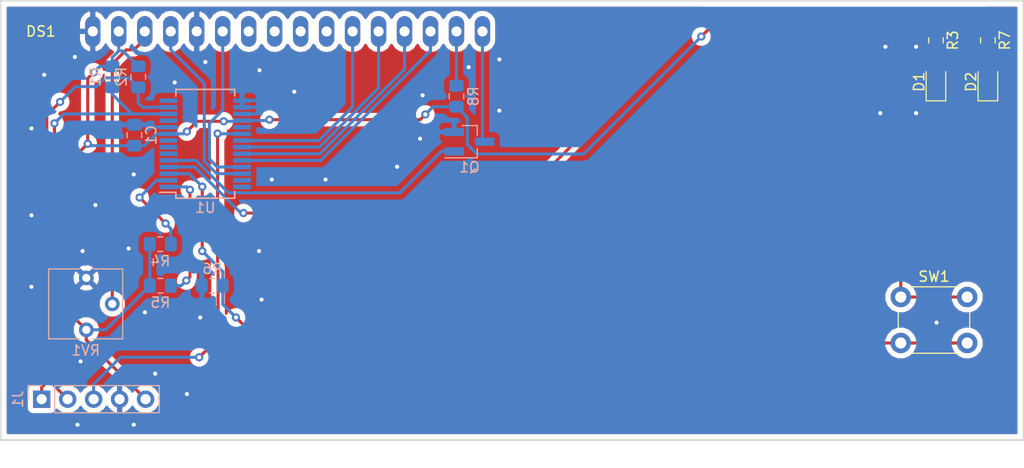
<source format=kicad_pcb>
(kicad_pcb (version 20171130) (host pcbnew "(5.0.2)-1")

  (general
    (thickness 1.6)
    (drawings 6)
    (tracks 229)
    (zones 0)
    (modules 17)
    (nets 34)
  )

  (page A4)
  (layers
    (0 F.Cu signal)
    (31 B.Cu signal)
    (32 B.Adhes user)
    (33 F.Adhes user)
    (34 B.Paste user)
    (35 F.Paste user)
    (36 B.SilkS user)
    (37 F.SilkS user)
    (38 B.Mask user)
    (39 F.Mask user)
    (40 Dwgs.User user)
    (41 Cmts.User user)
    (42 Eco1.User user)
    (43 Eco2.User user)
    (44 Edge.Cuts user)
    (45 Margin user)
    (46 B.CrtYd user)
    (47 F.CrtYd user)
    (48 B.Fab user)
    (49 F.Fab user)
  )

  (setup
    (last_trace_width 0.3)
    (user_trace_width 0.3)
    (trace_clearance 0.2)
    (zone_clearance 0.508)
    (zone_45_only no)
    (trace_min 0.2)
    (segment_width 0.2)
    (edge_width 0.15)
    (via_size 0.8)
    (via_drill 0.4)
    (via_min_size 0.4)
    (via_min_drill 0.3)
    (uvia_size 0.3)
    (uvia_drill 0.1)
    (uvias_allowed no)
    (uvia_min_size 0.2)
    (uvia_min_drill 0.1)
    (pcb_text_width 0.3)
    (pcb_text_size 1.5 1.5)
    (mod_edge_width 0.15)
    (mod_text_size 1 1)
    (mod_text_width 0.15)
    (pad_size 1.524 1.524)
    (pad_drill 0.762)
    (pad_to_mask_clearance 0.051)
    (solder_mask_min_width 0.25)
    (aux_axis_origin 0 0)
    (grid_origin 93 89.5)
    (visible_elements 7FFFFFFF)
    (pcbplotparams
      (layerselection 0x010fc_ffffffff)
      (usegerberextensions false)
      (usegerberattributes false)
      (usegerberadvancedattributes false)
      (creategerberjobfile false)
      (excludeedgelayer true)
      (linewidth 0.100000)
      (plotframeref false)
      (viasonmask false)
      (mode 1)
      (useauxorigin false)
      (hpglpennumber 1)
      (hpglpenspeed 20)
      (hpglpendiameter 15.000000)
      (psnegative false)
      (psa4output false)
      (plotreference true)
      (plotvalue true)
      (plotinvisibletext false)
      (padsonsilk false)
      (subtractmaskfromsilk false)
      (outputformat 1)
      (mirror false)
      (drillshape 1)
      (scaleselection 1)
      (outputdirectory ""))
  )

  (net 0 "")
  (net 1 PB0)
  (net 2 PB1)
  (net 3 PB2)
  (net 4 PB3)
  (net 5 PB4)
  (net 6 "Net-(U1-Pad6)")
  (net 7 "Net-(U1-Pad7)")
  (net 8 "Net-(U1-Pad8)")
  (net 9 +5V)
  (net 10 GND)
  (net 11 "Net-(U1-Pad11)")
  (net 12 SCK)
  (net 13 SDA)
  (net 14 "Net-(U1-Pad14)")
  (net 15 "Net-(U1-Pad19)")
  (net 16 INTA)
  (net 17 PA0)
  (net 18 PA1)
  (net 19 PA2)
  (net 20 PA3)
  (net 21 PA4)
  (net 22 PA5)
  (net 23 "Net-(U1-Pad27)")
  (net 24 "Net-(U1-Pad28)")
  (net 25 "Net-(DS1-Pad3)")
  (net 26 "Net-(DS1-Pad7)")
  (net 27 "Net-(DS1-Pad8)")
  (net 28 "Net-(DS1-Pad9)")
  (net 29 "Net-(DS1-Pad10)")
  (net 30 "Net-(DS1-Pad15)")
  (net 31 "Net-(DS1-Pad16)")
  (net 32 "Net-(D2-Pad2)")
  (net 33 "Net-(D1-Pad2)")

  (net_class Default "This is the default net class."
    (clearance 0.2)
    (trace_width 0.25)
    (via_dia 0.8)
    (via_drill 0.4)
    (uvia_dia 0.3)
    (uvia_drill 0.1)
    (add_net +5V)
    (add_net GND)
    (add_net INTA)
    (add_net "Net-(D1-Pad2)")
    (add_net "Net-(D2-Pad2)")
    (add_net "Net-(DS1-Pad10)")
    (add_net "Net-(DS1-Pad15)")
    (add_net "Net-(DS1-Pad16)")
    (add_net "Net-(DS1-Pad3)")
    (add_net "Net-(DS1-Pad7)")
    (add_net "Net-(DS1-Pad8)")
    (add_net "Net-(DS1-Pad9)")
    (add_net "Net-(U1-Pad11)")
    (add_net "Net-(U1-Pad14)")
    (add_net "Net-(U1-Pad19)")
    (add_net "Net-(U1-Pad27)")
    (add_net "Net-(U1-Pad28)")
    (add_net "Net-(U1-Pad6)")
    (add_net "Net-(U1-Pad7)")
    (add_net "Net-(U1-Pad8)")
    (add_net PA0)
    (add_net PA1)
    (add_net PA2)
    (add_net PA3)
    (add_net PA4)
    (add_net PA5)
    (add_net PB0)
    (add_net PB1)
    (add_net PB2)
    (add_net PB3)
    (add_net PB4)
    (add_net SCK)
    (add_net SDA)
  )

  (module Button_Switch_THT:SW_PUSH_6mm (layer F.Cu) (tedit 5A02FE31) (tstamp 5C893293)
    (at 172 115.5)
    (descr https://www.omron.com/ecb/products/pdf/en-b3f.pdf)
    (tags "tact sw push 6mm")
    (path /5C6E1F8E)
    (fp_text reference SW1 (at 3.25 -2) (layer F.SilkS)
      (effects (font (size 1 1) (thickness 0.15)))
    )
    (fp_text value SW_Push (at 3.75 6.7) (layer F.Fab)
      (effects (font (size 1 1) (thickness 0.15)))
    )
    (fp_text user %R (at 3.25 2.25) (layer F.Fab)
      (effects (font (size 1 1) (thickness 0.15)))
    )
    (fp_line (start 3.25 -0.75) (end 6.25 -0.75) (layer F.Fab) (width 0.1))
    (fp_line (start 6.25 -0.75) (end 6.25 5.25) (layer F.Fab) (width 0.1))
    (fp_line (start 6.25 5.25) (end 0.25 5.25) (layer F.Fab) (width 0.1))
    (fp_line (start 0.25 5.25) (end 0.25 -0.75) (layer F.Fab) (width 0.1))
    (fp_line (start 0.25 -0.75) (end 3.25 -0.75) (layer F.Fab) (width 0.1))
    (fp_line (start 7.75 6) (end 8 6) (layer F.CrtYd) (width 0.05))
    (fp_line (start 8 6) (end 8 5.75) (layer F.CrtYd) (width 0.05))
    (fp_line (start 7.75 -1.5) (end 8 -1.5) (layer F.CrtYd) (width 0.05))
    (fp_line (start 8 -1.5) (end 8 -1.25) (layer F.CrtYd) (width 0.05))
    (fp_line (start -1.5 -1.25) (end -1.5 -1.5) (layer F.CrtYd) (width 0.05))
    (fp_line (start -1.5 -1.5) (end -1.25 -1.5) (layer F.CrtYd) (width 0.05))
    (fp_line (start -1.5 5.75) (end -1.5 6) (layer F.CrtYd) (width 0.05))
    (fp_line (start -1.5 6) (end -1.25 6) (layer F.CrtYd) (width 0.05))
    (fp_line (start -1.25 -1.5) (end 7.75 -1.5) (layer F.CrtYd) (width 0.05))
    (fp_line (start -1.5 5.75) (end -1.5 -1.25) (layer F.CrtYd) (width 0.05))
    (fp_line (start 7.75 6) (end -1.25 6) (layer F.CrtYd) (width 0.05))
    (fp_line (start 8 -1.25) (end 8 5.75) (layer F.CrtYd) (width 0.05))
    (fp_line (start 1 5.5) (end 5.5 5.5) (layer F.SilkS) (width 0.12))
    (fp_line (start -0.25 1.5) (end -0.25 3) (layer F.SilkS) (width 0.12))
    (fp_line (start 5.5 -1) (end 1 -1) (layer F.SilkS) (width 0.12))
    (fp_line (start 6.75 3) (end 6.75 1.5) (layer F.SilkS) (width 0.12))
    (fp_circle (center 3.25 2.25) (end 1.25 2.5) (layer F.Fab) (width 0.1))
    (pad 2 thru_hole circle (at 0 4.5 90) (size 2 2) (drill 1.1) (layers *.Cu *.Mask)
      (net 3 PB2))
    (pad 1 thru_hole circle (at 0 0 90) (size 2 2) (drill 1.1) (layers *.Cu *.Mask)
      (net 9 +5V))
    (pad 2 thru_hole circle (at 6.5 4.5 90) (size 2 2) (drill 1.1) (layers *.Cu *.Mask)
      (net 3 PB2))
    (pad 1 thru_hole circle (at 6.5 0 90) (size 2 2) (drill 1.1) (layers *.Cu *.Mask)
      (net 9 +5V))
    (model ${KISYS3DMOD}/Button_Switch_THT.3dshapes/SW_PUSH_6mm.wrl
      (at (xyz 0 0 0))
      (scale (xyz 1 1 1))
      (rotate (xyz 0 0 0))
    )
  )

  (module Capacitor_SMD:C_0805_2012Metric_Pad1.15x1.40mm_HandSolder (layer B.Cu) (tedit 5B36C52B) (tstamp 5C893274)
    (at 97.064 99.66 90)
    (descr "Capacitor SMD 0805 (2012 Metric), square (rectangular) end terminal, IPC_7351 nominal with elongated pad for handsoldering. (Body size source: https://docs.google.com/spreadsheets/d/1BsfQQcO9C6DZCsRaXUlFlo91Tg2WpOkGARC1WS5S8t0/edit?usp=sharing), generated with kicad-footprint-generator")
    (tags "capacitor handsolder")
    (path /5C6DC984)
    (attr smd)
    (fp_text reference C1 (at 0 1.65 90) (layer B.SilkS)
      (effects (font (size 1 1) (thickness 0.15)) (justify mirror))
    )
    (fp_text value 100n (at 0 -1.65 90) (layer B.Fab)
      (effects (font (size 1 1) (thickness 0.15)) (justify mirror))
    )
    (fp_text user %R (at 0 0 90) (layer B.Fab)
      (effects (font (size 0.5 0.5) (thickness 0.08)) (justify mirror))
    )
    (fp_line (start 1.85 -0.95) (end -1.85 -0.95) (layer B.CrtYd) (width 0.05))
    (fp_line (start 1.85 0.95) (end 1.85 -0.95) (layer B.CrtYd) (width 0.05))
    (fp_line (start -1.85 0.95) (end 1.85 0.95) (layer B.CrtYd) (width 0.05))
    (fp_line (start -1.85 -0.95) (end -1.85 0.95) (layer B.CrtYd) (width 0.05))
    (fp_line (start -0.261252 -0.71) (end 0.261252 -0.71) (layer B.SilkS) (width 0.12))
    (fp_line (start -0.261252 0.71) (end 0.261252 0.71) (layer B.SilkS) (width 0.12))
    (fp_line (start 1 -0.6) (end -1 -0.6) (layer B.Fab) (width 0.1))
    (fp_line (start 1 0.6) (end 1 -0.6) (layer B.Fab) (width 0.1))
    (fp_line (start -1 0.6) (end 1 0.6) (layer B.Fab) (width 0.1))
    (fp_line (start -1 -0.6) (end -1 0.6) (layer B.Fab) (width 0.1))
    (pad 2 smd roundrect (at 1.025 0 90) (size 1.15 1.4) (layers B.Cu B.Paste B.Mask) (roundrect_rratio 0.217391)
      (net 10 GND))
    (pad 1 smd roundrect (at -1.025 0 90) (size 1.15 1.4) (layers B.Cu B.Paste B.Mask) (roundrect_rratio 0.217391)
      (net 9 +5V))
    (model ${KISYS3DMOD}/Capacitor_SMD.3dshapes/C_0805_2012Metric.wrl
      (at (xyz 0 0 0))
      (scale (xyz 1 1 1))
      (rotate (xyz 0 0 0))
    )
  )

  (module Connector_PinHeader_2.54mm:PinHeader_1x05_P2.54mm_Vertical (layer B.Cu) (tedit 59FED5CC) (tstamp 5C893252)
    (at 88 125.5 270)
    (descr "Through hole straight pin header, 1x05, 2.54mm pitch, single row")
    (tags "Through hole pin header THT 1x05 2.54mm single row")
    (path /5C6DC053)
    (fp_text reference J1 (at 0 2.33 270) (layer B.SilkS)
      (effects (font (size 1 1) (thickness 0.15)) (justify mirror))
    )
    (fp_text value Conn_01x05_Male (at 0 -12.49 270) (layer B.Fab)
      (effects (font (size 1 1) (thickness 0.15)) (justify mirror))
    )
    (fp_line (start -0.635 1.27) (end 1.27 1.27) (layer B.Fab) (width 0.1))
    (fp_line (start 1.27 1.27) (end 1.27 -11.43) (layer B.Fab) (width 0.1))
    (fp_line (start 1.27 -11.43) (end -1.27 -11.43) (layer B.Fab) (width 0.1))
    (fp_line (start -1.27 -11.43) (end -1.27 0.635) (layer B.Fab) (width 0.1))
    (fp_line (start -1.27 0.635) (end -0.635 1.27) (layer B.Fab) (width 0.1))
    (fp_line (start -1.33 -11.49) (end 1.33 -11.49) (layer B.SilkS) (width 0.12))
    (fp_line (start -1.33 -1.27) (end -1.33 -11.49) (layer B.SilkS) (width 0.12))
    (fp_line (start 1.33 -1.27) (end 1.33 -11.49) (layer B.SilkS) (width 0.12))
    (fp_line (start -1.33 -1.27) (end 1.33 -1.27) (layer B.SilkS) (width 0.12))
    (fp_line (start -1.33 0) (end -1.33 1.33) (layer B.SilkS) (width 0.12))
    (fp_line (start -1.33 1.33) (end 0 1.33) (layer B.SilkS) (width 0.12))
    (fp_line (start -1.8 1.8) (end -1.8 -11.95) (layer B.CrtYd) (width 0.05))
    (fp_line (start -1.8 -11.95) (end 1.8 -11.95) (layer B.CrtYd) (width 0.05))
    (fp_line (start 1.8 -11.95) (end 1.8 1.8) (layer B.CrtYd) (width 0.05))
    (fp_line (start 1.8 1.8) (end -1.8 1.8) (layer B.CrtYd) (width 0.05))
    (fp_text user %R (at 0 -5.08 180) (layer B.Fab)
      (effects (font (size 1 1) (thickness 0.15)) (justify mirror))
    )
    (pad 1 thru_hole rect (at 0 0 270) (size 1.7 1.7) (drill 1) (layers *.Cu *.Mask)
      (net 13 SDA))
    (pad 2 thru_hole oval (at 0 -2.54 270) (size 1.7 1.7) (drill 1) (layers *.Cu *.Mask)
      (net 12 SCK))
    (pad 3 thru_hole oval (at 0 -5.08 270) (size 1.7 1.7) (drill 1) (layers *.Cu *.Mask)
      (net 16 INTA))
    (pad 4 thru_hole oval (at 0 -7.62 270) (size 1.7 1.7) (drill 1) (layers *.Cu *.Mask)
      (net 10 GND))
    (pad 5 thru_hole oval (at 0 -10.16 270) (size 1.7 1.7) (drill 1) (layers *.Cu *.Mask)
      (net 9 +5V))
    (model ${KISYS3DMOD}/Connector_PinHeader_2.54mm.3dshapes/PinHeader_1x05_P2.54mm_Vertical.wrl
      (at (xyz 0 0 0))
      (scale (xyz 1 1 1))
      (rotate (xyz 0 0 0))
    )
  )

  (module LED_SMD:LED_0805_2012Metric_Pad1.15x1.40mm_HandSolder (layer F.Cu) (tedit 5B4B45C9) (tstamp 5C893239)
    (at 175.44 94.44 90)
    (descr "LED SMD 0805 (2012 Metric), square (rectangular) end terminal, IPC_7351 nominal, (Body size source: https://docs.google.com/spreadsheets/d/1BsfQQcO9C6DZCsRaXUlFlo91Tg2WpOkGARC1WS5S8t0/edit?usp=sharing), generated with kicad-footprint-generator")
    (tags "LED handsolder")
    (path /5C6E32C2)
    (attr smd)
    (fp_text reference D1 (at 0 -1.65 90) (layer F.SilkS)
      (effects (font (size 1 1) (thickness 0.15)))
    )
    (fp_text value LED (at 0 1.65 90) (layer F.Fab)
      (effects (font (size 1 1) (thickness 0.15)))
    )
    (fp_text user %R (at 0 0 90) (layer F.Fab)
      (effects (font (size 0.5 0.5) (thickness 0.08)))
    )
    (fp_line (start 1.85 0.95) (end -1.85 0.95) (layer F.CrtYd) (width 0.05))
    (fp_line (start 1.85 -0.95) (end 1.85 0.95) (layer F.CrtYd) (width 0.05))
    (fp_line (start -1.85 -0.95) (end 1.85 -0.95) (layer F.CrtYd) (width 0.05))
    (fp_line (start -1.85 0.95) (end -1.85 -0.95) (layer F.CrtYd) (width 0.05))
    (fp_line (start -1.86 0.96) (end 1 0.96) (layer F.SilkS) (width 0.12))
    (fp_line (start -1.86 -0.96) (end -1.86 0.96) (layer F.SilkS) (width 0.12))
    (fp_line (start 1 -0.96) (end -1.86 -0.96) (layer F.SilkS) (width 0.12))
    (fp_line (start 1 0.6) (end 1 -0.6) (layer F.Fab) (width 0.1))
    (fp_line (start -1 0.6) (end 1 0.6) (layer F.Fab) (width 0.1))
    (fp_line (start -1 -0.3) (end -1 0.6) (layer F.Fab) (width 0.1))
    (fp_line (start -0.7 -0.6) (end -1 -0.3) (layer F.Fab) (width 0.1))
    (fp_line (start 1 -0.6) (end -0.7 -0.6) (layer F.Fab) (width 0.1))
    (pad 2 smd roundrect (at 1.025 0 90) (size 1.15 1.4) (layers F.Cu F.Paste F.Mask) (roundrect_rratio 0.217391)
      (net 33 "Net-(D1-Pad2)"))
    (pad 1 smd roundrect (at -1.025 0 90) (size 1.15 1.4) (layers F.Cu F.Paste F.Mask) (roundrect_rratio 0.217391)
      (net 10 GND))
    (model ${KISYS3DMOD}/LED_SMD.3dshapes/LED_0805_2012Metric.wrl
      (at (xyz 0 0 0))
      (scale (xyz 1 1 1))
      (rotate (xyz 0 0 0))
    )
  )

  (module LED_SMD:LED_0805_2012Metric_Pad1.15x1.40mm_HandSolder (layer F.Cu) (tedit 5B4B45C9) (tstamp 5C893226)
    (at 180.52 94.44 90)
    (descr "LED SMD 0805 (2012 Metric), square (rectangular) end terminal, IPC_7351 nominal, (Body size source: https://docs.google.com/spreadsheets/d/1BsfQQcO9C6DZCsRaXUlFlo91Tg2WpOkGARC1WS5S8t0/edit?usp=sharing), generated with kicad-footprint-generator")
    (tags "LED handsolder")
    (path /5C6E3328)
    (attr smd)
    (fp_text reference D2 (at 0 -1.65 90) (layer F.SilkS)
      (effects (font (size 1 1) (thickness 0.15)))
    )
    (fp_text value LED (at 0 1.65 90) (layer F.Fab)
      (effects (font (size 1 1) (thickness 0.15)))
    )
    (fp_line (start 1 -0.6) (end -0.7 -0.6) (layer F.Fab) (width 0.1))
    (fp_line (start -0.7 -0.6) (end -1 -0.3) (layer F.Fab) (width 0.1))
    (fp_line (start -1 -0.3) (end -1 0.6) (layer F.Fab) (width 0.1))
    (fp_line (start -1 0.6) (end 1 0.6) (layer F.Fab) (width 0.1))
    (fp_line (start 1 0.6) (end 1 -0.6) (layer F.Fab) (width 0.1))
    (fp_line (start 1 -0.96) (end -1.86 -0.96) (layer F.SilkS) (width 0.12))
    (fp_line (start -1.86 -0.96) (end -1.86 0.96) (layer F.SilkS) (width 0.12))
    (fp_line (start -1.86 0.96) (end 1 0.96) (layer F.SilkS) (width 0.12))
    (fp_line (start -1.85 0.95) (end -1.85 -0.95) (layer F.CrtYd) (width 0.05))
    (fp_line (start -1.85 -0.95) (end 1.85 -0.95) (layer F.CrtYd) (width 0.05))
    (fp_line (start 1.85 -0.95) (end 1.85 0.95) (layer F.CrtYd) (width 0.05))
    (fp_line (start 1.85 0.95) (end -1.85 0.95) (layer F.CrtYd) (width 0.05))
    (fp_text user %R (at 0 0 90) (layer F.Fab)
      (effects (font (size 0.5 0.5) (thickness 0.08)))
    )
    (pad 1 smd roundrect (at -1.025 0 90) (size 1.15 1.4) (layers F.Cu F.Paste F.Mask) (roundrect_rratio 0.217391)
      (net 10 GND))
    (pad 2 smd roundrect (at 1.025 0 90) (size 1.15 1.4) (layers F.Cu F.Paste F.Mask) (roundrect_rratio 0.217391)
      (net 32 "Net-(D2-Pad2)"))
    (model ${KISYS3DMOD}/LED_SMD.3dshapes/LED_0805_2012Metric.wrl
      (at (xyz 0 0 0))
      (scale (xyz 1 1 1))
      (rotate (xyz 0 0 0))
    )
  )

  (module Package_TO_SOT_SMD:SOT-23_Handsoldering (layer B.Cu) (tedit 5A0AB76C) (tstamp 5C8931B3)
    (at 129.83 100.295)
    (descr "SOT-23, Handsoldering")
    (tags SOT-23)
    (path /5C70696A)
    (attr smd)
    (fp_text reference Q1 (at 0 2.5) (layer B.SilkS)
      (effects (font (size 1 1) (thickness 0.15)) (justify mirror))
    )
    (fp_text value Q_NMOS_GSD (at 0 -2.5) (layer B.Fab)
      (effects (font (size 1 1) (thickness 0.15)) (justify mirror))
    )
    (fp_text user %R (at 0 0 -90) (layer B.Fab)
      (effects (font (size 0.5 0.5) (thickness 0.075)) (justify mirror))
    )
    (fp_line (start 0.76 -1.58) (end 0.76 -0.65) (layer B.SilkS) (width 0.12))
    (fp_line (start 0.76 1.58) (end 0.76 0.65) (layer B.SilkS) (width 0.12))
    (fp_line (start -2.7 1.75) (end 2.7 1.75) (layer B.CrtYd) (width 0.05))
    (fp_line (start 2.7 1.75) (end 2.7 -1.75) (layer B.CrtYd) (width 0.05))
    (fp_line (start 2.7 -1.75) (end -2.7 -1.75) (layer B.CrtYd) (width 0.05))
    (fp_line (start -2.7 -1.75) (end -2.7 1.75) (layer B.CrtYd) (width 0.05))
    (fp_line (start 0.76 1.58) (end -2.4 1.58) (layer B.SilkS) (width 0.12))
    (fp_line (start -0.7 0.95) (end -0.7 -1.5) (layer B.Fab) (width 0.1))
    (fp_line (start -0.15 1.52) (end 0.7 1.52) (layer B.Fab) (width 0.1))
    (fp_line (start -0.7 0.95) (end -0.15 1.52) (layer B.Fab) (width 0.1))
    (fp_line (start 0.7 1.52) (end 0.7 -1.52) (layer B.Fab) (width 0.1))
    (fp_line (start -0.7 -1.52) (end 0.7 -1.52) (layer B.Fab) (width 0.1))
    (fp_line (start 0.76 -1.58) (end -0.7 -1.58) (layer B.SilkS) (width 0.12))
    (pad 1 smd rect (at -1.5 0.95) (size 1.9 0.8) (layers B.Cu B.Paste B.Mask)
      (net 5 PB4))
    (pad 2 smd rect (at -1.5 -0.95) (size 1.9 0.8) (layers B.Cu B.Paste B.Mask)
      (net 10 GND))
    (pad 3 smd rect (at 1.5 0) (size 1.9 0.8) (layers B.Cu B.Paste B.Mask)
      (net 31 "Net-(DS1-Pad16)"))
    (model ${KISYS3DMOD}/Package_TO_SOT_SMD.3dshapes/SOT-23.wrl
      (at (xyz 0 0 0))
      (scale (xyz 1 1 1))
      (rotate (xyz 0 0 0))
    )
  )

  (module Potentiometer_THT:Potentiometer_Vishay_T73YP_Vertical (layer B.Cu) (tedit 5A3D4993) (tstamp 5C89318B)
    (at 92.365 113.63)
    (descr "Potentiometer, vertical, Vishay T73YP, http://www.vishay.com/docs/51016/t73.pdf")
    (tags "Potentiometer vertical Vishay T73YP")
    (path /5C6EDBCB)
    (fp_text reference RV1 (at -0.06 7.09) (layer B.SilkS)
      (effects (font (size 1 1) (thickness 0.15)) (justify mirror))
    )
    (fp_text value "R_POT 10k" (at -0.06 -2.01) (layer B.Fab)
      (effects (font (size 1 1) (thickness 0.15)) (justify mirror))
    )
    (fp_circle (center 0.24 2.54) (end 1.74 2.54) (layer B.Fab) (width 0.1))
    (fp_line (start -3.56 5.84) (end -3.56 -0.76) (layer B.Fab) (width 0.1))
    (fp_line (start -3.56 -0.76) (end 3.44 -0.76) (layer B.Fab) (width 0.1))
    (fp_line (start 3.44 -0.76) (end 3.44 5.84) (layer B.Fab) (width 0.1))
    (fp_line (start 3.44 5.84) (end -3.56 5.84) (layer B.Fab) (width 0.1))
    (fp_line (start -0.961 2.616) (end 0.164 2.616) (layer B.Fab) (width 0.1))
    (fp_line (start 0.164 2.616) (end 0.164 3.741) (layer B.Fab) (width 0.1))
    (fp_line (start 0.164 3.741) (end 0.316 3.741) (layer B.Fab) (width 0.1))
    (fp_line (start 0.316 3.741) (end 0.316 2.616) (layer B.Fab) (width 0.1))
    (fp_line (start 0.316 2.616) (end 1.441 2.616) (layer B.Fab) (width 0.1))
    (fp_line (start 1.441 2.616) (end 1.441 2.464) (layer B.Fab) (width 0.1))
    (fp_line (start 1.441 2.464) (end 0.316 2.464) (layer B.Fab) (width 0.1))
    (fp_line (start 0.316 2.464) (end 0.316 1.339) (layer B.Fab) (width 0.1))
    (fp_line (start 0.316 1.339) (end 0.164 1.339) (layer B.Fab) (width 0.1))
    (fp_line (start 0.164 1.339) (end 0.164 2.464) (layer B.Fab) (width 0.1))
    (fp_line (start 0.164 2.464) (end -0.961 2.464) (layer B.Fab) (width 0.1))
    (fp_line (start -0.961 2.464) (end -0.961 2.616) (layer B.Fab) (width 0.1))
    (fp_line (start -3.68 5.96) (end -0.65 5.96) (layer B.SilkS) (width 0.12))
    (fp_line (start 0.65 5.96) (end 3.56 5.96) (layer B.SilkS) (width 0.12))
    (fp_line (start -3.68 -0.88) (end -0.65 -0.88) (layer B.SilkS) (width 0.12))
    (fp_line (start 0.65 -0.88) (end 3.56 -0.88) (layer B.SilkS) (width 0.12))
    (fp_line (start -3.68 5.96) (end -3.68 -0.88) (layer B.SilkS) (width 0.12))
    (fp_line (start 3.56 5.96) (end 3.56 -0.88) (layer B.SilkS) (width 0.12))
    (fp_line (start -3.85 6.1) (end -3.85 -1.05) (layer B.CrtYd) (width 0.05))
    (fp_line (start -3.85 -1.05) (end 3.7 -1.05) (layer B.CrtYd) (width 0.05))
    (fp_line (start 3.7 -1.05) (end 3.7 6.1) (layer B.CrtYd) (width 0.05))
    (fp_line (start 3.7 6.1) (end -3.85 6.1) (layer B.CrtYd) (width 0.05))
    (fp_text user %R (at -2.56 2.54 -90) (layer B.Fab)
      (effects (font (size 1 1) (thickness 0.15)) (justify mirror))
    )
    (pad 3 thru_hole circle (at 0 5.08) (size 1.44 1.44) (drill 0.8) (layers *.Cu *.Mask)
      (net 9 +5V))
    (pad 2 thru_hole circle (at 2.54 2.54) (size 1.44 1.44) (drill 0.8) (layers *.Cu *.Mask)
      (net 25 "Net-(DS1-Pad3)"))
    (pad 1 thru_hole circle (at 0 0) (size 1.44 1.44) (drill 0.8) (layers *.Cu *.Mask)
      (net 10 GND))
    (model ${KISYS3DMOD}/Potentiometer_THT.3dshapes/Potentiometer_Vishay_T73YP_Vertical.wrl
      (at (xyz 0 0 0))
      (scale (xyz 1 1 1))
      (rotate (xyz 0 0 0))
    )
  )

  (module Resistor_SMD:R_0805_2012Metric_Pad1.15x1.40mm_HandSolder (layer B.Cu) (tedit 5B36C52B) (tstamp 5C893168)
    (at 104.684 114.392 180)
    (descr "Resistor SMD 0805 (2012 Metric), square (rectangular) end terminal, IPC_7351 nominal with elongated pad for handsoldering. (Body size source: https://docs.google.com/spreadsheets/d/1BsfQQcO9C6DZCsRaXUlFlo91Tg2WpOkGARC1WS5S8t0/edit?usp=sharing), generated with kicad-footprint-generator")
    (tags "resistor handsolder")
    (path /5C6E2109)
    (attr smd)
    (fp_text reference R6 (at 0 1.65 180) (layer B.SilkS)
      (effects (font (size 1 1) (thickness 0.15)) (justify mirror))
    )
    (fp_text value 4K7 (at 0 -1.65 180) (layer B.Fab)
      (effects (font (size 1 1) (thickness 0.15)) (justify mirror))
    )
    (fp_text user %R (at 0 0) (layer B.Fab)
      (effects (font (size 0.5 0.5) (thickness 0.08)) (justify mirror))
    )
    (fp_line (start 1.85 -0.95) (end -1.85 -0.95) (layer B.CrtYd) (width 0.05))
    (fp_line (start 1.85 0.95) (end 1.85 -0.95) (layer B.CrtYd) (width 0.05))
    (fp_line (start -1.85 0.95) (end 1.85 0.95) (layer B.CrtYd) (width 0.05))
    (fp_line (start -1.85 -0.95) (end -1.85 0.95) (layer B.CrtYd) (width 0.05))
    (fp_line (start -0.261252 -0.71) (end 0.261252 -0.71) (layer B.SilkS) (width 0.12))
    (fp_line (start -0.261252 0.71) (end 0.261252 0.71) (layer B.SilkS) (width 0.12))
    (fp_line (start 1 -0.6) (end -1 -0.6) (layer B.Fab) (width 0.1))
    (fp_line (start 1 0.6) (end 1 -0.6) (layer B.Fab) (width 0.1))
    (fp_line (start -1 0.6) (end 1 0.6) (layer B.Fab) (width 0.1))
    (fp_line (start -1 -0.6) (end -1 0.6) (layer B.Fab) (width 0.1))
    (pad 2 smd roundrect (at 1.025 0 180) (size 1.15 1.4) (layers B.Cu B.Paste B.Mask) (roundrect_rratio 0.217391)
      (net 10 GND))
    (pad 1 smd roundrect (at -1.025 0 180) (size 1.15 1.4) (layers B.Cu B.Paste B.Mask) (roundrect_rratio 0.217391)
      (net 3 PB2))
    (model ${KISYS3DMOD}/Resistor_SMD.3dshapes/R_0805_2012Metric.wrl
      (at (xyz 0 0 0))
      (scale (xyz 1 1 1))
      (rotate (xyz 0 0 0))
    )
  )

  (module Resistor_SMD:R_0805_2012Metric_Pad1.15x1.40mm_HandSolder (layer B.Cu) (tedit 5B36C52B) (tstamp 5C893157)
    (at 99.604 114.392)
    (descr "Resistor SMD 0805 (2012 Metric), square (rectangular) end terminal, IPC_7351 nominal with elongated pad for handsoldering. (Body size source: https://docs.google.com/spreadsheets/d/1BsfQQcO9C6DZCsRaXUlFlo91Tg2WpOkGARC1WS5S8t0/edit?usp=sharing), generated with kicad-footprint-generator")
    (tags "resistor handsolder")
    (path /5C6E0AD5)
    (attr smd)
    (fp_text reference R5 (at 0 1.65) (layer B.SilkS)
      (effects (font (size 1 1) (thickness 0.15)) (justify mirror))
    )
    (fp_text value 4K7 (at 0 -1.65) (layer B.Fab)
      (effects (font (size 1 1) (thickness 0.15)) (justify mirror))
    )
    (fp_line (start -1 -0.6) (end -1 0.6) (layer B.Fab) (width 0.1))
    (fp_line (start -1 0.6) (end 1 0.6) (layer B.Fab) (width 0.1))
    (fp_line (start 1 0.6) (end 1 -0.6) (layer B.Fab) (width 0.1))
    (fp_line (start 1 -0.6) (end -1 -0.6) (layer B.Fab) (width 0.1))
    (fp_line (start -0.261252 0.71) (end 0.261252 0.71) (layer B.SilkS) (width 0.12))
    (fp_line (start -0.261252 -0.71) (end 0.261252 -0.71) (layer B.SilkS) (width 0.12))
    (fp_line (start -1.85 -0.95) (end -1.85 0.95) (layer B.CrtYd) (width 0.05))
    (fp_line (start -1.85 0.95) (end 1.85 0.95) (layer B.CrtYd) (width 0.05))
    (fp_line (start 1.85 0.95) (end 1.85 -0.95) (layer B.CrtYd) (width 0.05))
    (fp_line (start 1.85 -0.95) (end -1.85 -0.95) (layer B.CrtYd) (width 0.05))
    (fp_text user %R (at 0 0) (layer B.Fab)
      (effects (font (size 0.5 0.5) (thickness 0.08)) (justify mirror))
    )
    (pad 1 smd roundrect (at -1.025 0) (size 1.15 1.4) (layers B.Cu B.Paste B.Mask) (roundrect_rratio 0.217391)
      (net 9 +5V))
    (pad 2 smd roundrect (at 1.025 0) (size 1.15 1.4) (layers B.Cu B.Paste B.Mask) (roundrect_rratio 0.217391)
      (net 1 PB0))
    (model ${KISYS3DMOD}/Resistor_SMD.3dshapes/R_0805_2012Metric.wrl
      (at (xyz 0 0 0))
      (scale (xyz 1 1 1))
      (rotate (xyz 0 0 0))
    )
  )

  (module Resistor_SMD:R_0805_2012Metric_Pad1.15x1.40mm_HandSolder (layer B.Cu) (tedit 5B36C52B) (tstamp 5C893146)
    (at 99.604 110.328)
    (descr "Resistor SMD 0805 (2012 Metric), square (rectangular) end terminal, IPC_7351 nominal with elongated pad for handsoldering. (Body size source: https://docs.google.com/spreadsheets/d/1BsfQQcO9C6DZCsRaXUlFlo91Tg2WpOkGARC1WS5S8t0/edit?usp=sharing), generated with kicad-footprint-generator")
    (tags "resistor handsolder")
    (path /5C6E0C22)
    (attr smd)
    (fp_text reference R4 (at 0 1.65) (layer B.SilkS)
      (effects (font (size 1 1) (thickness 0.15)) (justify mirror))
    )
    (fp_text value 4K7 (at 0 -1.65) (layer B.Fab)
      (effects (font (size 1 1) (thickness 0.15)) (justify mirror))
    )
    (fp_text user %R (at 0 0) (layer B.Fab)
      (effects (font (size 0.5 0.5) (thickness 0.08)) (justify mirror))
    )
    (fp_line (start 1.85 -0.95) (end -1.85 -0.95) (layer B.CrtYd) (width 0.05))
    (fp_line (start 1.85 0.95) (end 1.85 -0.95) (layer B.CrtYd) (width 0.05))
    (fp_line (start -1.85 0.95) (end 1.85 0.95) (layer B.CrtYd) (width 0.05))
    (fp_line (start -1.85 -0.95) (end -1.85 0.95) (layer B.CrtYd) (width 0.05))
    (fp_line (start -0.261252 -0.71) (end 0.261252 -0.71) (layer B.SilkS) (width 0.12))
    (fp_line (start -0.261252 0.71) (end 0.261252 0.71) (layer B.SilkS) (width 0.12))
    (fp_line (start 1 -0.6) (end -1 -0.6) (layer B.Fab) (width 0.1))
    (fp_line (start 1 0.6) (end 1 -0.6) (layer B.Fab) (width 0.1))
    (fp_line (start -1 0.6) (end 1 0.6) (layer B.Fab) (width 0.1))
    (fp_line (start -1 -0.6) (end -1 0.6) (layer B.Fab) (width 0.1))
    (pad 2 smd roundrect (at 1.025 0) (size 1.15 1.4) (layers B.Cu B.Paste B.Mask) (roundrect_rratio 0.217391)
      (net 2 PB1))
    (pad 1 smd roundrect (at -1.025 0) (size 1.15 1.4) (layers B.Cu B.Paste B.Mask) (roundrect_rratio 0.217391)
      (net 9 +5V))
    (model ${KISYS3DMOD}/Resistor_SMD.3dshapes/R_0805_2012Metric.wrl
      (at (xyz 0 0 0))
      (scale (xyz 1 1 1))
      (rotate (xyz 0 0 0))
    )
  )

  (module Resistor_SMD:R_0805_2012Metric_Pad1.15x1.40mm_HandSolder (layer F.Cu) (tedit 5B36C52B) (tstamp 5C893135)
    (at 175.44 90.376 270)
    (descr "Resistor SMD 0805 (2012 Metric), square (rectangular) end terminal, IPC_7351 nominal with elongated pad for handsoldering. (Body size source: https://docs.google.com/spreadsheets/d/1BsfQQcO9C6DZCsRaXUlFlo91Tg2WpOkGARC1WS5S8t0/edit?usp=sharing), generated with kicad-footprint-generator")
    (tags "resistor handsolder")
    (path /5C6E3372)
    (attr smd)
    (fp_text reference R3 (at 0 -1.65 270) (layer F.SilkS)
      (effects (font (size 1 1) (thickness 0.15)))
    )
    (fp_text value 1K (at 0 1.65 270) (layer F.Fab)
      (effects (font (size 1 1) (thickness 0.15)))
    )
    (fp_line (start -1 0.6) (end -1 -0.6) (layer F.Fab) (width 0.1))
    (fp_line (start -1 -0.6) (end 1 -0.6) (layer F.Fab) (width 0.1))
    (fp_line (start 1 -0.6) (end 1 0.6) (layer F.Fab) (width 0.1))
    (fp_line (start 1 0.6) (end -1 0.6) (layer F.Fab) (width 0.1))
    (fp_line (start -0.261252 -0.71) (end 0.261252 -0.71) (layer F.SilkS) (width 0.12))
    (fp_line (start -0.261252 0.71) (end 0.261252 0.71) (layer F.SilkS) (width 0.12))
    (fp_line (start -1.85 0.95) (end -1.85 -0.95) (layer F.CrtYd) (width 0.05))
    (fp_line (start -1.85 -0.95) (end 1.85 -0.95) (layer F.CrtYd) (width 0.05))
    (fp_line (start 1.85 -0.95) (end 1.85 0.95) (layer F.CrtYd) (width 0.05))
    (fp_line (start 1.85 0.95) (end -1.85 0.95) (layer F.CrtYd) (width 0.05))
    (fp_text user %R (at 0 0 270) (layer F.Fab)
      (effects (font (size 0.5 0.5) (thickness 0.08)))
    )
    (pad 1 smd roundrect (at -1.025 0 270) (size 1.15 1.4) (layers F.Cu F.Paste F.Mask) (roundrect_rratio 0.217391)
      (net 9 +5V))
    (pad 2 smd roundrect (at 1.025 0 270) (size 1.15 1.4) (layers F.Cu F.Paste F.Mask) (roundrect_rratio 0.217391)
      (net 33 "Net-(D1-Pad2)"))
    (model ${KISYS3DMOD}/Resistor_SMD.3dshapes/R_0805_2012Metric.wrl
      (at (xyz 0 0 0))
      (scale (xyz 1 1 1))
      (rotate (xyz 0 0 0))
    )
  )

  (module Resistor_SMD:R_0805_2012Metric_Pad1.15x1.40mm_HandSolder (layer B.Cu) (tedit 5B36C52B) (tstamp 5C893124)
    (at 97.445 93.945 270)
    (descr "Resistor SMD 0805 (2012 Metric), square (rectangular) end terminal, IPC_7351 nominal with elongated pad for handsoldering. (Body size source: https://docs.google.com/spreadsheets/d/1BsfQQcO9C6DZCsRaXUlFlo91Tg2WpOkGARC1WS5S8t0/edit?usp=sharing), generated with kicad-footprint-generator")
    (tags "resistor handsolder")
    (path /5C6DC476)
    (attr smd)
    (fp_text reference R2 (at 0 1.65 270) (layer B.SilkS)
      (effects (font (size 1 1) (thickness 0.15)) (justify mirror))
    )
    (fp_text value 4K7 (at 0 -1.65 270) (layer B.Fab)
      (effects (font (size 1 1) (thickness 0.15)) (justify mirror))
    )
    (fp_text user %R (at 0 0 270) (layer B.Fab)
      (effects (font (size 0.5 0.5) (thickness 0.08)) (justify mirror))
    )
    (fp_line (start 1.85 -0.95) (end -1.85 -0.95) (layer B.CrtYd) (width 0.05))
    (fp_line (start 1.85 0.95) (end 1.85 -0.95) (layer B.CrtYd) (width 0.05))
    (fp_line (start -1.85 0.95) (end 1.85 0.95) (layer B.CrtYd) (width 0.05))
    (fp_line (start -1.85 -0.95) (end -1.85 0.95) (layer B.CrtYd) (width 0.05))
    (fp_line (start -0.261252 -0.71) (end 0.261252 -0.71) (layer B.SilkS) (width 0.12))
    (fp_line (start -0.261252 0.71) (end 0.261252 0.71) (layer B.SilkS) (width 0.12))
    (fp_line (start 1 -0.6) (end -1 -0.6) (layer B.Fab) (width 0.1))
    (fp_line (start 1 0.6) (end 1 -0.6) (layer B.Fab) (width 0.1))
    (fp_line (start -1 0.6) (end 1 0.6) (layer B.Fab) (width 0.1))
    (fp_line (start -1 -0.6) (end -1 0.6) (layer B.Fab) (width 0.1))
    (pad 2 smd roundrect (at 1.025 0 270) (size 1.15 1.4) (layers B.Cu B.Paste B.Mask) (roundrect_rratio 0.217391)
      (net 13 SDA))
    (pad 1 smd roundrect (at -1.025 0 270) (size 1.15 1.4) (layers B.Cu B.Paste B.Mask) (roundrect_rratio 0.217391)
      (net 9 +5V))
    (model ${KISYS3DMOD}/Resistor_SMD.3dshapes/R_0805_2012Metric.wrl
      (at (xyz 0 0 0))
      (scale (xyz 1 1 1))
      (rotate (xyz 0 0 0))
    )
  )

  (module Resistor_SMD:R_0805_2012Metric_Pad1.15x1.40mm_HandSolder (layer B.Cu) (tedit 5B36C52B) (tstamp 5C893113)
    (at 94.905 93.945 270)
    (descr "Resistor SMD 0805 (2012 Metric), square (rectangular) end terminal, IPC_7351 nominal with elongated pad for handsoldering. (Body size source: https://docs.google.com/spreadsheets/d/1BsfQQcO9C6DZCsRaXUlFlo91Tg2WpOkGARC1WS5S8t0/edit?usp=sharing), generated with kicad-footprint-generator")
    (tags "resistor handsolder")
    (path /5C6DC40A)
    (attr smd)
    (fp_text reference R1 (at 0 1.65 270) (layer B.SilkS)
      (effects (font (size 1 1) (thickness 0.15)) (justify mirror))
    )
    (fp_text value 4K7 (at 0 -1.65 270) (layer B.Fab)
      (effects (font (size 1 1) (thickness 0.15)) (justify mirror))
    )
    (fp_line (start -1 -0.6) (end -1 0.6) (layer B.Fab) (width 0.1))
    (fp_line (start -1 0.6) (end 1 0.6) (layer B.Fab) (width 0.1))
    (fp_line (start 1 0.6) (end 1 -0.6) (layer B.Fab) (width 0.1))
    (fp_line (start 1 -0.6) (end -1 -0.6) (layer B.Fab) (width 0.1))
    (fp_line (start -0.261252 0.71) (end 0.261252 0.71) (layer B.SilkS) (width 0.12))
    (fp_line (start -0.261252 -0.71) (end 0.261252 -0.71) (layer B.SilkS) (width 0.12))
    (fp_line (start -1.85 -0.95) (end -1.85 0.95) (layer B.CrtYd) (width 0.05))
    (fp_line (start -1.85 0.95) (end 1.85 0.95) (layer B.CrtYd) (width 0.05))
    (fp_line (start 1.85 0.95) (end 1.85 -0.95) (layer B.CrtYd) (width 0.05))
    (fp_line (start 1.85 -0.95) (end -1.85 -0.95) (layer B.CrtYd) (width 0.05))
    (fp_text user %R (at 0 0 270) (layer B.Fab)
      (effects (font (size 0.5 0.5) (thickness 0.08)) (justify mirror))
    )
    (pad 1 smd roundrect (at -1.025 0 270) (size 1.15 1.4) (layers B.Cu B.Paste B.Mask) (roundrect_rratio 0.217391)
      (net 9 +5V))
    (pad 2 smd roundrect (at 1.025 0 270) (size 1.15 1.4) (layers B.Cu B.Paste B.Mask) (roundrect_rratio 0.217391)
      (net 12 SCK))
    (model ${KISYS3DMOD}/Resistor_SMD.3dshapes/R_0805_2012Metric.wrl
      (at (xyz 0 0 0))
      (scale (xyz 1 1 1))
      (rotate (xyz 0 0 0))
    )
  )

  (module Resistor_SMD:R_0805_2012Metric_Pad1.15x1.40mm_HandSolder (layer F.Cu) (tedit 5B36C52B) (tstamp 5C893102)
    (at 180.52 90.376 270)
    (descr "Resistor SMD 0805 (2012 Metric), square (rectangular) end terminal, IPC_7351 nominal with elongated pad for handsoldering. (Body size source: https://docs.google.com/spreadsheets/d/1BsfQQcO9C6DZCsRaXUlFlo91Tg2WpOkGARC1WS5S8t0/edit?usp=sharing), generated with kicad-footprint-generator")
    (tags "resistor handsolder")
    (path /5C6E33DF)
    (attr smd)
    (fp_text reference R7 (at 0 -1.65 270) (layer F.SilkS)
      (effects (font (size 1 1) (thickness 0.15)))
    )
    (fp_text value 1K (at 0 1.65 270) (layer F.Fab)
      (effects (font (size 1 1) (thickness 0.15)))
    )
    (fp_text user %R (at 0 0 270) (layer F.Fab)
      (effects (font (size 0.5 0.5) (thickness 0.08)))
    )
    (fp_line (start 1.85 0.95) (end -1.85 0.95) (layer F.CrtYd) (width 0.05))
    (fp_line (start 1.85 -0.95) (end 1.85 0.95) (layer F.CrtYd) (width 0.05))
    (fp_line (start -1.85 -0.95) (end 1.85 -0.95) (layer F.CrtYd) (width 0.05))
    (fp_line (start -1.85 0.95) (end -1.85 -0.95) (layer F.CrtYd) (width 0.05))
    (fp_line (start -0.261252 0.71) (end 0.261252 0.71) (layer F.SilkS) (width 0.12))
    (fp_line (start -0.261252 -0.71) (end 0.261252 -0.71) (layer F.SilkS) (width 0.12))
    (fp_line (start 1 0.6) (end -1 0.6) (layer F.Fab) (width 0.1))
    (fp_line (start 1 -0.6) (end 1 0.6) (layer F.Fab) (width 0.1))
    (fp_line (start -1 -0.6) (end 1 -0.6) (layer F.Fab) (width 0.1))
    (fp_line (start -1 0.6) (end -1 -0.6) (layer F.Fab) (width 0.1))
    (pad 2 smd roundrect (at 1.025 0 270) (size 1.15 1.4) (layers F.Cu F.Paste F.Mask) (roundrect_rratio 0.217391)
      (net 32 "Net-(D2-Pad2)"))
    (pad 1 smd roundrect (at -1.025 0 270) (size 1.15 1.4) (layers F.Cu F.Paste F.Mask) (roundrect_rratio 0.217391)
      (net 4 PB3))
    (model ${KISYS3DMOD}/Resistor_SMD.3dshapes/R_0805_2012Metric.wrl
      (at (xyz 0 0 0))
      (scale (xyz 1 1 1))
      (rotate (xyz 0 0 0))
    )
  )

  (module Resistor_SMD:R_0805_2012Metric_Pad1.15x1.40mm_HandSolder (layer B.Cu) (tedit 5B36C52B) (tstamp 5C8930F1)
    (at 128.56 95.85 90)
    (descr "Resistor SMD 0805 (2012 Metric), square (rectangular) end terminal, IPC_7351 nominal with elongated pad for handsoldering. (Body size source: https://docs.google.com/spreadsheets/d/1BsfQQcO9C6DZCsRaXUlFlo91Tg2WpOkGARC1WS5S8t0/edit?usp=sharing), generated with kicad-footprint-generator")
    (tags "resistor handsolder")
    (path /5C6EE281)
    (attr smd)
    (fp_text reference R8 (at 0 1.65 90) (layer B.SilkS)
      (effects (font (size 1 1) (thickness 0.15)) (justify mirror))
    )
    (fp_text value 100 (at 0 -1.65 90) (layer B.Fab)
      (effects (font (size 1 1) (thickness 0.15)) (justify mirror))
    )
    (fp_line (start -1 -0.6) (end -1 0.6) (layer B.Fab) (width 0.1))
    (fp_line (start -1 0.6) (end 1 0.6) (layer B.Fab) (width 0.1))
    (fp_line (start 1 0.6) (end 1 -0.6) (layer B.Fab) (width 0.1))
    (fp_line (start 1 -0.6) (end -1 -0.6) (layer B.Fab) (width 0.1))
    (fp_line (start -0.261252 0.71) (end 0.261252 0.71) (layer B.SilkS) (width 0.12))
    (fp_line (start -0.261252 -0.71) (end 0.261252 -0.71) (layer B.SilkS) (width 0.12))
    (fp_line (start -1.85 -0.95) (end -1.85 0.95) (layer B.CrtYd) (width 0.05))
    (fp_line (start -1.85 0.95) (end 1.85 0.95) (layer B.CrtYd) (width 0.05))
    (fp_line (start 1.85 0.95) (end 1.85 -0.95) (layer B.CrtYd) (width 0.05))
    (fp_line (start 1.85 -0.95) (end -1.85 -0.95) (layer B.CrtYd) (width 0.05))
    (fp_text user %R (at 0 0 90) (layer B.Fab)
      (effects (font (size 0.5 0.5) (thickness 0.08)) (justify mirror))
    )
    (pad 1 smd roundrect (at -1.025 0 90) (size 1.15 1.4) (layers B.Cu B.Paste B.Mask) (roundrect_rratio 0.217391)
      (net 9 +5V))
    (pad 2 smd roundrect (at 1.025 0 90) (size 1.15 1.4) (layers B.Cu B.Paste B.Mask) (roundrect_rratio 0.217391)
      (net 30 "Net-(DS1-Pad15)"))
    (model ${KISYS3DMOD}/Resistor_SMD.3dshapes/R_0805_2012Metric.wrl
      (at (xyz 0 0 0))
      (scale (xyz 1 1 1))
      (rotate (xyz 0 0 0))
    )
  )

  (module footprints:Display16x2 locked (layer F.Cu) (tedit 5C6E9E47) (tstamp 5C8956AF)
    (at 125 105)
    (path /5C6E9756)
    (fp_text reference DS1 (at -37.08 -15.5) (layer F.SilkS)
      (effects (font (size 1 1) (thickness 0.15)))
    )
    (fp_text value LCD-162C-BL (at 0 -0.5) (layer F.Fab)
      (effects (font (size 1 1) (thickness 0.15)))
    )
    (fp_line (start -40 -18) (end -40 18) (layer F.Fab) (width 0.15))
    (fp_line (start -40 18) (end 40 18) (layer F.Fab) (width 0.15))
    (fp_line (start 40 18) (end 40 -18) (layer F.Fab) (width 0.15))
    (fp_line (start 40 -18) (end -40 -18) (layer F.Fab) (width 0.15))
    (pad 1 thru_hole oval (at -32 -15.5) (size 1.5 3) (drill 1) (layers *.Cu *.Mask)
      (net 10 GND))
    (pad 2 thru_hole oval (at -29.46 -15.5) (size 1.5 3) (drill 1) (layers *.Cu *.Mask)
      (net 9 +5V))
    (pad 3 thru_hole oval (at -26.92 -15.5) (size 1.5 3) (drill 1) (layers *.Cu *.Mask)
      (net 25 "Net-(DS1-Pad3)"))
    (pad 4 thru_hole oval (at -24.38 -15.5) (size 1.5 3) (drill 1) (layers *.Cu *.Mask)
      (net 22 PA5))
    (pad 5 thru_hole oval (at -21.84 -15.5) (size 1.5 3) (drill 1) (layers *.Cu *.Mask)
      (net 10 GND))
    (pad 6 thru_hole oval (at -19.3 -15.5) (size 1.5 3) (drill 1) (layers *.Cu *.Mask)
      (net 21 PA4))
    (pad 7 thru_hole oval (at -16.76 -15.5) (size 1.5 3) (drill 1) (layers *.Cu *.Mask)
      (net 26 "Net-(DS1-Pad7)"))
    (pad 8 thru_hole oval (at -14.22 -15.5) (size 1.5 3) (drill 1) (layers *.Cu *.Mask)
      (net 27 "Net-(DS1-Pad8)"))
    (pad 9 thru_hole oval (at -11.68 -15.5) (size 1.5 3) (drill 1) (layers *.Cu *.Mask)
      (net 28 "Net-(DS1-Pad9)"))
    (pad 10 thru_hole oval (at -9.14 -15.5) (size 1.5 3) (drill 1) (layers *.Cu *.Mask)
      (net 29 "Net-(DS1-Pad10)"))
    (pad 11 thru_hole oval (at -6.6 -15.5) (size 1.5 3) (drill 1) (layers *.Cu *.Mask)
      (net 17 PA0))
    (pad 12 thru_hole oval (at -4.06 -15.5) (size 1.5 3) (drill 1) (layers *.Cu *.Mask)
      (net 18 PA1))
    (pad 13 thru_hole oval (at -1.52 -15.5) (size 1.5 3) (drill 1) (layers *.Cu *.Mask)
      (net 19 PA2))
    (pad 14 thru_hole oval (at 1.02 -15.5) (size 1.5 3) (drill 1) (layers *.Cu *.Mask)
      (net 20 PA3))
    (pad 15 thru_hole oval (at 3.56 -15.5) (size 1.5 3) (drill 1) (layers *.Cu *.Mask)
      (net 30 "Net-(DS1-Pad15)"))
    (pad 16 thru_hole oval (at 6.1 -15.5) (size 1.5 3) (drill 1) (layers *.Cu *.Mask)
      (net 31 "Net-(DS1-Pad16)"))
    (model C:/Users/gehhi/git/rload/rload/freecad/PinHeader_1x16_P254mm_Vertical_sp.wrl
      (at (xyz 0 0 0))
      (scale (xyz 1 1 1))
      (rotate (xyz 0 0 0))
    )
  )

  (module Package_SO:SSOP-28_5.3x10.2mm_P0.65mm (layer B.Cu) (tedit 5A02F25C) (tstamp 5C892B04)
    (at 104 100.5)
    (descr "28-Lead Plastic Shrink Small Outline (SS)-5.30 mm Body [SSOP] (see Microchip Packaging Specification 00000049BS.pdf)")
    (tags "SSOP 0.65")
    (path /5C6DBF2E)
    (attr smd)
    (fp_text reference U1 (at 0 6.25) (layer B.SilkS)
      (effects (font (size 1 1) (thickness 0.15)) (justify mirror))
    )
    (fp_text value MCP23017_SS (at 0 -6.25) (layer B.Fab)
      (effects (font (size 1 1) (thickness 0.15)) (justify mirror))
    )
    (fp_line (start -1.65 5.1) (end 2.65 5.1) (layer B.Fab) (width 0.15))
    (fp_line (start 2.65 5.1) (end 2.65 -5.1) (layer B.Fab) (width 0.15))
    (fp_line (start 2.65 -5.1) (end -2.65 -5.1) (layer B.Fab) (width 0.15))
    (fp_line (start -2.65 -5.1) (end -2.65 4.1) (layer B.Fab) (width 0.15))
    (fp_line (start -2.65 4.1) (end -1.65 5.1) (layer B.Fab) (width 0.15))
    (fp_line (start -4.75 5.5) (end -4.75 -5.5) (layer B.CrtYd) (width 0.05))
    (fp_line (start 4.75 5.5) (end 4.75 -5.5) (layer B.CrtYd) (width 0.05))
    (fp_line (start -4.75 5.5) (end 4.75 5.5) (layer B.CrtYd) (width 0.05))
    (fp_line (start -4.75 -5.5) (end 4.75 -5.5) (layer B.CrtYd) (width 0.05))
    (fp_line (start -2.875 5.325) (end -2.875 4.75) (layer B.SilkS) (width 0.15))
    (fp_line (start 2.875 5.325) (end 2.875 4.675) (layer B.SilkS) (width 0.15))
    (fp_line (start 2.875 -5.325) (end 2.875 -4.675) (layer B.SilkS) (width 0.15))
    (fp_line (start -2.875 -5.325) (end -2.875 -4.675) (layer B.SilkS) (width 0.15))
    (fp_line (start -2.875 5.325) (end 2.875 5.325) (layer B.SilkS) (width 0.15))
    (fp_line (start -2.875 -5.325) (end 2.875 -5.325) (layer B.SilkS) (width 0.15))
    (fp_line (start -2.875 4.75) (end -4.475 4.75) (layer B.SilkS) (width 0.15))
    (fp_text user %R (at 0 0) (layer B.Fab)
      (effects (font (size 0.8 0.8) (thickness 0.15)) (justify mirror))
    )
    (pad 1 smd rect (at -3.6 4.225) (size 1.75 0.45) (layers B.Cu B.Paste B.Mask)
      (net 1 PB0))
    (pad 2 smd rect (at -3.6 3.575) (size 1.75 0.45) (layers B.Cu B.Paste B.Mask)
      (net 2 PB1))
    (pad 3 smd rect (at -3.6 2.925) (size 1.75 0.45) (layers B.Cu B.Paste B.Mask)
      (net 3 PB2))
    (pad 4 smd rect (at -3.6 2.275) (size 1.75 0.45) (layers B.Cu B.Paste B.Mask)
      (net 4 PB3))
    (pad 5 smd rect (at -3.6 1.625) (size 1.75 0.45) (layers B.Cu B.Paste B.Mask)
      (net 5 PB4))
    (pad 6 smd rect (at -3.6 0.975) (size 1.75 0.45) (layers B.Cu B.Paste B.Mask)
      (net 6 "Net-(U1-Pad6)"))
    (pad 7 smd rect (at -3.6 0.325) (size 1.75 0.45) (layers B.Cu B.Paste B.Mask)
      (net 7 "Net-(U1-Pad7)"))
    (pad 8 smd rect (at -3.6 -0.325) (size 1.75 0.45) (layers B.Cu B.Paste B.Mask)
      (net 8 "Net-(U1-Pad8)"))
    (pad 9 smd rect (at -3.6 -0.975) (size 1.75 0.45) (layers B.Cu B.Paste B.Mask)
      (net 9 +5V))
    (pad 10 smd rect (at -3.6 -1.625) (size 1.75 0.45) (layers B.Cu B.Paste B.Mask)
      (net 10 GND))
    (pad 11 smd rect (at -3.6 -2.275) (size 1.75 0.45) (layers B.Cu B.Paste B.Mask)
      (net 11 "Net-(U1-Pad11)"))
    (pad 12 smd rect (at -3.6 -2.925) (size 1.75 0.45) (layers B.Cu B.Paste B.Mask)
      (net 12 SCK))
    (pad 13 smd rect (at -3.6 -3.575) (size 1.75 0.45) (layers B.Cu B.Paste B.Mask)
      (net 13 SDA))
    (pad 14 smd rect (at -3.6 -4.225) (size 1.75 0.45) (layers B.Cu B.Paste B.Mask)
      (net 14 "Net-(U1-Pad14)"))
    (pad 15 smd rect (at 3.6 -4.225) (size 1.75 0.45) (layers B.Cu B.Paste B.Mask)
      (net 10 GND))
    (pad 16 smd rect (at 3.6 -3.575) (size 1.75 0.45) (layers B.Cu B.Paste B.Mask)
      (net 10 GND))
    (pad 17 smd rect (at 3.6 -2.925) (size 1.75 0.45) (layers B.Cu B.Paste B.Mask)
      (net 10 GND))
    (pad 18 smd rect (at 3.6 -2.275) (size 1.75 0.45) (layers B.Cu B.Paste B.Mask)
      (net 9 +5V))
    (pad 19 smd rect (at 3.6 -1.625) (size 1.75 0.45) (layers B.Cu B.Paste B.Mask)
      (net 15 "Net-(U1-Pad19)"))
    (pad 20 smd rect (at 3.6 -0.975) (size 1.75 0.45) (layers B.Cu B.Paste B.Mask)
      (net 16 INTA))
    (pad 21 smd rect (at 3.6 -0.325) (size 1.75 0.45) (layers B.Cu B.Paste B.Mask)
      (net 17 PA0))
    (pad 22 smd rect (at 3.6 0.325) (size 1.75 0.45) (layers B.Cu B.Paste B.Mask)
      (net 18 PA1))
    (pad 23 smd rect (at 3.6 0.975) (size 1.75 0.45) (layers B.Cu B.Paste B.Mask)
      (net 19 PA2))
    (pad 24 smd rect (at 3.6 1.625) (size 1.75 0.45) (layers B.Cu B.Paste B.Mask)
      (net 20 PA3))
    (pad 25 smd rect (at 3.6 2.275) (size 1.75 0.45) (layers B.Cu B.Paste B.Mask)
      (net 21 PA4))
    (pad 26 smd rect (at 3.6 2.925) (size 1.75 0.45) (layers B.Cu B.Paste B.Mask)
      (net 22 PA5))
    (pad 27 smd rect (at 3.6 3.575) (size 1.75 0.45) (layers B.Cu B.Paste B.Mask)
      (net 23 "Net-(U1-Pad27)"))
    (pad 28 smd rect (at 3.6 4.225) (size 1.75 0.45) (layers B.Cu B.Paste B.Mask)
      (net 24 "Net-(U1-Pad28)"))
    (model ${KISYS3DMOD}/Package_SO.3dshapes/SSOP-28_5.3x10.2mm_P0.65mm.wrl
      (at (xyz 0 0 0))
      (scale (xyz 1 1 1))
      (rotate (xyz 0 0 0))
    )
  )

  (gr_line (start 184 129.5) (end 184 124.5) (layer Edge.Cuts) (width 0.15))
  (gr_line (start 84 124.5) (end 84 129.5) (layer Edge.Cuts) (width 0.15))
  (gr_line (start 184 86.5) (end 84 86.5) (layer Edge.Cuts) (width 0.15))
  (gr_line (start 184 124.5) (end 184 86.5) (layer Edge.Cuts) (width 0.15))
  (gr_line (start 84 129.5) (end 184 129.5) (layer Edge.Cuts) (width 0.15) (tstamp 5C895D5B))
  (gr_line (start 84 86.5) (end 84 124.5) (layer Edge.Cuts) (width 0.15))

  (via (at 102.144 113.883988) (size 0.8) (drill 0.4) (layers F.Cu B.Cu) (net 1))
  (segment (start 101.635988 114.392) (end 101.744001 114.283987) (width 0.3) (layer B.Cu) (net 1))
  (segment (start 101.744001 114.283987) (end 102.144 113.883988) (width 0.3) (layer B.Cu) (net 1))
  (segment (start 100.629 114.392) (end 101.635988 114.392) (width 0.3) (layer B.Cu) (net 1))
  (via (at 102.499984 105) (size 0.8) (drill 0.4) (layers F.Cu B.Cu) (net 1))
  (segment (start 100.4 104.725) (end 102.224984 104.725) (width 0.3) (layer B.Cu) (net 1))
  (segment (start 102.224984 104.725) (end 102.499984 105) (width 0.3) (layer B.Cu) (net 1))
  (segment (start 102.5 105.000016) (end 102.499984 105) (width 0.3) (layer F.Cu) (net 1))
  (segment (start 102.144 113.883988) (end 102.5 113.527988) (width 0.3) (layer F.Cu) (net 1))
  (segment (start 102.5 113.527988) (end 102.5 105.000016) (width 0.3) (layer F.Cu) (net 1))
  (via (at 100.112 108.296) (size 0.8) (drill 0.4) (layers F.Cu B.Cu) (net 2))
  (segment (start 100.629 110.328) (end 100.629 108.813) (width 0.3) (layer B.Cu) (net 2))
  (segment (start 100.629 108.813) (end 100.112 108.296) (width 0.3) (layer B.Cu) (net 2))
  (via (at 97.572 105.756) (size 0.8) (drill 0.4) (layers F.Cu B.Cu) (net 2))
  (segment (start 100.112 108.296) (end 97.572 105.756) (width 0.3) (layer F.Cu) (net 2))
  (segment (start 99.253 104.075) (end 100.4 104.075) (width 0.3) (layer B.Cu) (net 2))
  (segment (start 97.572 105.756) (end 99.253 104.075) (width 0.3) (layer B.Cu) (net 2))
  (segment (start 177.085787 120) (end 172 120) (width 0.3) (layer F.Cu) (net 3))
  (segment (start 178.5 120) (end 177.085787 120) (width 0.3) (layer F.Cu) (net 3))
  (via (at 103.7 104.7) (size 0.8) (drill 0.4) (layers F.Cu B.Cu) (net 3))
  (segment (start 103.300001 104.300001) (end 103.7 104.7) (width 0.3) (layer B.Cu) (net 3))
  (segment (start 102.425 103.425) (end 103.300001 104.300001) (width 0.3) (layer B.Cu) (net 3))
  (segment (start 100.4 103.425) (end 102.425 103.425) (width 0.3) (layer B.Cu) (net 3))
  (segment (start 105.709 113.009) (end 104.099999 111.399999) (width 0.3) (layer B.Cu) (net 3))
  (via (at 103.7 111) (size 0.8) (drill 0.4) (layers F.Cu B.Cu) (net 3))
  (segment (start 104.099999 111.399999) (end 103.7 111) (width 0.3) (layer B.Cu) (net 3))
  (segment (start 103.7 104.7) (end 103.7 111) (width 0.3) (layer F.Cu) (net 3))
  (segment (start 105.709 114.392) (end 105.709 113.009) (width 0.3) (layer B.Cu) (net 3))
  (segment (start 105.709 116.209) (end 106.600001 117.100001) (width 0.3) (layer B.Cu) (net 3))
  (segment (start 109.5 120) (end 107.399999 117.899999) (width 0.3) (layer F.Cu) (net 3))
  (segment (start 172 120) (end 109.5 120) (width 0.3) (layer F.Cu) (net 3))
  (segment (start 106.600001 117.100001) (end 107 117.5) (width 0.3) (layer B.Cu) (net 3))
  (segment (start 107.399999 117.899999) (end 107 117.5) (width 0.3) (layer F.Cu) (net 3))
  (segment (start 105.709 114.392) (end 105.709 116.209) (width 0.3) (layer B.Cu) (net 3))
  (via (at 107 117.5) (size 0.8) (drill 0.4) (layers F.Cu B.Cu) (net 3))
  (via (at 107.732 107.28) (size 0.8) (drill 0.4) (layers F.Cu B.Cu) (net 4))
  (segment (start 101.575 102.775) (end 100.4 102.775) (width 0.3) (layer B.Cu) (net 4))
  (segment (start 102.975 102.775) (end 101.575 102.775) (width 0.3) (layer B.Cu) (net 4))
  (segment (start 107.732 107.28) (end 107.48 107.28) (width 0.3) (layer B.Cu) (net 4))
  (segment (start 107.48 107.28) (end 102.975 102.775) (width 0.3) (layer B.Cu) (net 4))
  (segment (start 133.22 107.28) (end 107.732 107.28) (width 0.3) (layer F.Cu) (net 4))
  (segment (start 152.5 88) (end 133.22 107.28) (width 0.3) (layer F.Cu) (net 4))
  (segment (start 180.5 88) (end 152.5 88) (width 0.3) (layer F.Cu) (net 4))
  (segment (start 180.52 89.351) (end 180.52 88.02) (width 0.3) (layer F.Cu) (net 4))
  (segment (start 180.52 88.02) (end 180.5 88) (width 0.3) (layer F.Cu) (net 4))
  (segment (start 123.024999 105.300001) (end 106.260001 105.300001) (width 0.3) (layer B.Cu) (net 5))
  (segment (start 128.33 101.245) (end 127.08 101.245) (width 0.3) (layer B.Cu) (net 5))
  (segment (start 127.08 101.245) (end 123.024999 105.300001) (width 0.3) (layer B.Cu) (net 5))
  (segment (start 103.085 102.125) (end 100.4 102.125) (width 0.3) (layer B.Cu) (net 5))
  (segment (start 106.260001 105.300001) (end 103.085 102.125) (width 0.3) (layer B.Cu) (net 5))
  (segment (start 94.905 92.92) (end 94.905 92.04) (width 0.3) (layer B.Cu) (net 9))
  (segment (start 95.54 91.405) (end 95.54 89.5) (width 0.3) (layer B.Cu) (net 9))
  (segment (start 94.905 92.04) (end 95.54 91.405) (width 0.3) (layer B.Cu) (net 9))
  (segment (start 97.445 92.92) (end 95.93 91.405) (width 0.3) (layer B.Cu) (net 9))
  (segment (start 95.93 91.405) (end 95.54 91.405) (width 0.3) (layer B.Cu) (net 9))
  (via (at 102.2 99.3) (size 0.8) (drill 0.4) (layers F.Cu B.Cu) (net 9))
  (segment (start 100.4 99.525) (end 101.975 99.525) (width 0.3) (layer B.Cu) (net 9))
  (segment (start 101.975 99.525) (end 102.2 99.3) (width 0.3) (layer B.Cu) (net 9))
  (via (at 105.8 98.3) (size 0.8) (drill 0.4) (layers F.Cu B.Cu) (net 9))
  (segment (start 102.2 99.3) (end 103.2 98.3) (width 0.3) (layer F.Cu) (net 9))
  (segment (start 103.2 98.3) (end 105.8 98.3) (width 0.3) (layer F.Cu) (net 9))
  (segment (start 107.525 98.3) (end 107.6 98.225) (width 0.3) (layer B.Cu) (net 9))
  (segment (start 105.8 98.3) (end 107.525 98.3) (width 0.3) (layer B.Cu) (net 9))
  (segment (start 107.6 98.225) (end 109.575 98.225) (width 0.3) (layer B.Cu) (net 9))
  (via (at 93.1 93.5) (size 0.8) (drill 0.4) (layers F.Cu B.Cu) (net 9))
  (segment (start 93.499999 93.100001) (end 93.1 93.5) (width 0.3) (layer B.Cu) (net 9))
  (segment (start 93.68 92.92) (end 93.499999 93.100001) (width 0.3) (layer B.Cu) (net 9))
  (segment (start 94.905 92.92) (end 93.68 92.92) (width 0.3) (layer B.Cu) (net 9))
  (segment (start 93.1 93.5) (end 92.5 94.1) (width 0.3) (layer F.Cu) (net 9))
  (segment (start 92.5 94.1) (end 92.5 98.9) (width 0.3) (layer F.Cu) (net 9))
  (segment (start 92.5 98.9) (end 92.5 99.100002) (width 0.3) (layer F.Cu) (net 9))
  (segment (start 97.064 100.685) (end 98.071 100.685) (width 0.3) (layer B.Cu) (net 9))
  (segment (start 99.225 99.525) (end 100.4 99.525) (width 0.3) (layer B.Cu) (net 9))
  (segment (start 98.071 100.679) (end 99.225 99.525) (width 0.3) (layer B.Cu) (net 9))
  (segment (start 98.071 100.685) (end 98.071 100.679) (width 0.3) (layer B.Cu) (net 9))
  (via (at 110.272 98.136) (size 0.8) (drill 0.4) (layers F.Cu B.Cu) (net 9))
  (segment (start 109.575 98.225) (end 110.183 98.225) (width 0.3) (layer B.Cu) (net 9))
  (segment (start 110.183 98.225) (end 110.272 98.136) (width 0.3) (layer B.Cu) (net 9))
  (segment (start 94.261 118.71) (end 92.365 118.71) (width 0.3) (layer B.Cu) (net 9))
  (segment (start 98.579 114.392) (end 94.261 118.71) (width 0.3) (layer B.Cu) (net 9))
  (segment (start 98.579 112.868) (end 98.579 110.328) (width 0.3) (layer B.Cu) (net 9))
  (segment (start 98.579 114.392) (end 98.579 112.868) (width 0.3) (layer B.Cu) (net 9))
  (via (at 125.512 97.628) (size 0.8) (drill 0.4) (layers F.Cu B.Cu) (net 9))
  (segment (start 128.56 96.875) (end 126.265 96.875) (width 0.3) (layer B.Cu) (net 9))
  (segment (start 126.265 96.875) (end 125.512 97.628) (width 0.3) (layer B.Cu) (net 9))
  (segment (start 125.004 98.136) (end 110.272 98.136) (width 0.3) (layer F.Cu) (net 9))
  (segment (start 125.512 97.628) (end 125.004 98.136) (width 0.3) (layer F.Cu) (net 9))
  (segment (start 92.365 119.705) (end 92.365 118.71) (width 0.3) (layer F.Cu) (net 9))
  (segment (start 98.16 125.5) (end 92.365 119.705) (width 0.3) (layer F.Cu) (net 9))
  (segment (start 178.5 115.5) (end 172 115.5) (width 0.3) (layer F.Cu) (net 9))
  (via (at 152.5 90) (size 0.8) (drill 0.4) (layers F.Cu B.Cu) (net 9))
  (segment (start 153.149 89.351) (end 152.5 90) (width 0.3) (layer F.Cu) (net 9))
  (segment (start 129.183372 97.498372) (end 128.56 96.875) (width 0.3) (layer B.Cu) (net 9))
  (segment (start 129.630001 97.945001) (end 129.183372 97.498372) (width 0.3) (layer B.Cu) (net 9))
  (segment (start 129.630001 100.575003) (end 129.630001 97.945001) (width 0.3) (layer B.Cu) (net 9))
  (segment (start 130.554998 101.5) (end 129.630001 100.575003) (width 0.3) (layer B.Cu) (net 9))
  (segment (start 152.5 90) (end 141 101.5) (width 0.3) (layer B.Cu) (net 9))
  (segment (start 141 101.5) (end 130.554998 101.5) (width 0.3) (layer B.Cu) (net 9))
  (segment (start 172 115.5) (end 172 90.351) (width 0.3) (layer F.Cu) (net 9))
  (segment (start 175.44 89.351) (end 173 89.351) (width 0.3) (layer F.Cu) (net 9))
  (segment (start 172 90.351) (end 172 89.351) (width 0.3) (layer F.Cu) (net 9))
  (segment (start 173 89.351) (end 172 89.351) (width 0.3) (layer F.Cu) (net 9))
  (segment (start 172 89.351) (end 153.149 89.351) (width 0.3) (layer F.Cu) (net 9))
  (via (at 92.50002 100.5) (size 0.8) (drill 0.4) (layers F.Cu B.Cu) (net 9))
  (segment (start 92.50002 98.90002) (end 92.50002 99.934315) (width 0.3) (layer F.Cu) (net 9))
  (segment (start 92.5 98.9) (end 92.50002 98.90002) (width 0.3) (layer F.Cu) (net 9))
  (segment (start 92.50002 99.934315) (end 92.50002 100.5) (width 0.3) (layer F.Cu) (net 9))
  (segment (start 97.064 100.685) (end 92.68502 100.685) (width 0.3) (layer B.Cu) (net 9))
  (segment (start 92.68502 100.685) (end 92.50002 100.5) (width 0.3) (layer B.Cu) (net 9))
  (segment (start 92.100021 100.899999) (end 92.50002 100.5) (width 0.3) (layer F.Cu) (net 9))
  (segment (start 90.46 102.54002) (end 92.100021 100.899999) (width 0.3) (layer F.Cu) (net 9))
  (segment (start 90.46 116.805) (end 90.46 102.54002) (width 0.3) (layer F.Cu) (net 9))
  (segment (start 92.365 118.71) (end 90.46 116.805) (width 0.3) (layer F.Cu) (net 9))
  (segment (start 107.6 97.575) (end 109.475 97.575) (width 0.3) (layer B.Cu) (net 10))
  (segment (start 107.6 96.925) (end 109.375 96.925) (width 0.3) (layer B.Cu) (net 10))
  (segment (start 107.6 96.275) (end 109.375 96.275) (width 0.3) (layer B.Cu) (net 10))
  (segment (start 100.4 98.875) (end 98.625 98.875) (width 0.3) (layer B.Cu) (net 10))
  (segment (start 98.385 98.635) (end 97.064 98.635) (width 0.3) (layer B.Cu) (net 10))
  (segment (start 98.625 98.875) (end 98.385 98.635) (width 0.3) (layer B.Cu) (net 10))
  (via (at 97 103.5) (size 0.8) (drill 0.4) (layers F.Cu B.Cu) (net 10))
  (via (at 101 94.5) (size 0.8) (drill 0.4) (layers F.Cu B.Cu) (net 10))
  (via (at 93.25 106.5) (size 0.8) (drill 0.4) (layers F.Cu B.Cu) (net 10))
  (via (at 92 111) (size 0.8) (drill 0.4) (layers F.Cu B.Cu) (net 10))
  (via (at 96.5 110.75) (size 0.8) (drill 0.4) (layers F.Cu B.Cu) (net 10))
  (via (at 109.5 115.75) (size 0.8) (drill 0.4) (layers F.Cu B.Cu) (net 10))
  (via (at 109.25 111) (size 0.8) (drill 0.4) (layers F.Cu B.Cu) (net 10))
  (via (at 110.5 104) (size 0.8) (drill 0.4) (layers F.Cu B.Cu) (net 10))
  (via (at 115.75 104) (size 0.8) (drill 0.4) (layers F.Cu B.Cu) (net 10))
  (via (at 122.75 102.75) (size 0.8) (drill 0.4) (layers F.Cu B.Cu) (net 10))
  (via (at 125 100) (size 0.8) (drill 0.4) (layers F.Cu B.Cu) (net 10))
  (via (at 125.25 95.75) (size 0.8) (drill 0.4) (layers F.Cu B.Cu) (net 10))
  (via (at 129.75 93) (size 0.8) (drill 0.4) (layers F.Cu B.Cu) (net 10))
  (via (at 132.75 97.25) (size 0.8) (drill 0.4) (layers F.Cu B.Cu) (net 10))
  (via (at 132.75 92.25) (size 0.8) (drill 0.4) (layers F.Cu B.Cu) (net 10))
  (via (at 91.25 92) (size 0.8) (drill 0.4) (layers F.Cu B.Cu) (net 10))
  (via (at 88.25 93.75) (size 0.8) (drill 0.4) (layers F.Cu B.Cu) (net 10))
  (via (at 91.8 121.8) (size 0.8) (drill 0.4) (layers F.Cu B.Cu) (net 10))
  (via (at 99.1 123) (size 0.8) (drill 0.4) (layers F.Cu B.Cu) (net 10))
  (via (at 102.2 125) (size 0.8) (drill 0.4) (layers F.Cu B.Cu) (net 10))
  (via (at 112.7 95.4) (size 0.8) (drill 0.4) (layers F.Cu B.Cu) (net 10))
  (via (at 109.3 93.3) (size 0.8) (drill 0.4) (layers F.Cu B.Cu) (net 10))
  (via (at 98.1 117) (size 0.8) (drill 0.4) (layers F.Cu B.Cu) (net 10))
  (via (at 87 114.5) (size 0.8) (drill 0.4) (layers F.Cu B.Cu) (net 10))
  (via (at 87 107.5) (size 0.8) (drill 0.4) (layers F.Cu B.Cu) (net 10))
  (via (at 87 99) (size 0.8) (drill 0.4) (layers F.Cu B.Cu) (net 10))
  (via (at 91.5 128) (size 0.8) (drill 0.4) (layers F.Cu B.Cu) (net 10))
  (via (at 97 128) (size 0.8) (drill 0.4) (layers F.Cu B.Cu) (net 10))
  (via (at 103.5 117.5) (size 0.8) (drill 0.4) (layers F.Cu B.Cu) (net 10))
  (via (at 104 92.5) (size 0.8) (drill 0.4) (layers F.Cu B.Cu) (net 10))
  (via (at 170.5 91) (size 0.8) (drill 0.4) (layers F.Cu B.Cu) (net 10))
  (via (at 173.5 91) (size 0.8) (drill 0.4) (layers F.Cu B.Cu) (net 10))
  (via (at 170 97.5) (size 0.8) (drill 0.4) (layers F.Cu B.Cu) (net 10))
  (via (at 173.5 97.5) (size 0.8) (drill 0.4) (layers F.Cu B.Cu) (net 10))
  (via (at 175.5 118) (size 0.8) (drill 0.4) (layers F.Cu B.Cu) (net 10))
  (segment (start 99.225 97.575) (end 100.4 97.575) (width 0.3) (layer B.Cu) (net 12))
  (segment (start 96.835 97.575) (end 99.225 97.575) (width 0.3) (layer B.Cu) (net 12))
  (segment (start 94.905 95.645) (end 96.835 97.575) (width 0.3) (layer B.Cu) (net 12))
  (segment (start 94.905 94.97) (end 94.905 95.645) (width 0.3) (layer B.Cu) (net 12))
  (via (at 89.25001 98.5) (size 0.8) (drill 0.4) (layers F.Cu B.Cu) (net 12))
  (segment (start 90.54 125.5) (end 89.25001 124.21001) (width 0.3) (layer F.Cu) (net 12))
  (segment (start 89.25001 124.21001) (end 89.25001 99.065685) (width 0.3) (layer F.Cu) (net 12))
  (segment (start 89.650009 98.100001) (end 89.25001 98.5) (width 0.3) (layer B.Cu) (net 12))
  (segment (start 90.17501 97.575) (end 89.650009 98.100001) (width 0.3) (layer B.Cu) (net 12))
  (segment (start 89.25001 99.065685) (end 89.25001 98.5) (width 0.3) (layer F.Cu) (net 12))
  (segment (start 96.835 97.575) (end 90.17501 97.575) (width 0.3) (layer B.Cu) (net 12))
  (segment (start 97.445 96.485) (end 97.445 94.97) (width 0.3) (layer B.Cu) (net 13))
  (segment (start 97.885 96.925) (end 97.445 96.485) (width 0.3) (layer B.Cu) (net 13))
  (segment (start 100.4 96.925) (end 98.08 96.925) (width 0.3) (layer B.Cu) (net 13))
  (segment (start 98.08 96.925) (end 97.885 96.925) (width 0.3) (layer B.Cu) (net 13))
  (via (at 89.8 96.4) (size 0.8) (drill 0.4) (layers F.Cu B.Cu) (net 13))
  (segment (start 89.8 96.4) (end 91.3 94.9) (width 0.3) (layer B.Cu) (net 13))
  (segment (start 96.821628 94.346628) (end 97.445 94.97) (width 0.3) (layer B.Cu) (net 13))
  (segment (start 96.51999 94.04499) (end 96.821628 94.346628) (width 0.3) (layer B.Cu) (net 13))
  (segment (start 94.206464 94.04499) (end 96.51999 94.04499) (width 0.3) (layer B.Cu) (net 13))
  (segment (start 93.351454 94.9) (end 94.206464 94.04499) (width 0.3) (layer B.Cu) (net 13))
  (segment (start 91.3 94.9) (end 93.351454 94.9) (width 0.3) (layer B.Cu) (net 13))
  (segment (start 88.5 123.85) (end 88.5 97.7) (width 0.3) (layer F.Cu) (net 13))
  (segment (start 88.5 97.7) (end 89.8 96.4) (width 0.3) (layer F.Cu) (net 13))
  (segment (start 88 124.35) (end 88.5 123.85) (width 0.3) (layer F.Cu) (net 13))
  (segment (start 88 125.5) (end 88 124.35) (width 0.3) (layer F.Cu) (net 13))
  (via (at 105.2 99.5) (size 0.8) (drill 0.4) (layers F.Cu B.Cu) (net 16))
  (segment (start 107.6 99.525) (end 105.225 99.525) (width 0.3) (layer B.Cu) (net 16))
  (segment (start 105.225 99.525) (end 105.2 99.5) (width 0.3) (layer B.Cu) (net 16))
  (via (at 103.4 121.4) (size 0.8) (drill 0.4) (layers F.Cu B.Cu) (net 16))
  (segment (start 93.08 124.02) (end 93.08 125.5) (width 0.3) (layer B.Cu) (net 16))
  (segment (start 103.4 121.4) (end 95.7 121.4) (width 0.3) (layer B.Cu) (net 16))
  (segment (start 95.7 121.4) (end 93.08 124.02) (width 0.3) (layer B.Cu) (net 16))
  (segment (start 105.250001 112.639999) (end 105.250001 119.549999) (width 0.3) (layer F.Cu) (net 16))
  (segment (start 105.2 112.589998) (end 105.250001 112.639999) (width 0.3) (layer F.Cu) (net 16))
  (segment (start 103.799999 121.000001) (end 103.4 121.4) (width 0.3) (layer F.Cu) (net 16))
  (segment (start 105.2 99.5) (end 105.2 112.589998) (width 0.3) (layer F.Cu) (net 16))
  (segment (start 105.250001 119.549999) (end 103.799999 121.000001) (width 0.3) (layer F.Cu) (net 16))
  (segment (start 108.775 100.175) (end 107.6 100.175) (width 0.3) (layer B.Cu) (net 17))
  (segment (start 115.110756 100.175) (end 108.775 100.175) (width 0.3) (layer B.Cu) (net 17))
  (segment (start 118.4 89.5) (end 118.4 96.885756) (width 0.3) (layer B.Cu) (net 17))
  (segment (start 118.4 96.885756) (end 115.110756 100.175) (width 0.3) (layer B.Cu) (net 17))
  (segment (start 115.167878 100.825) (end 108.775 100.825) (width 0.3) (layer B.Cu) (net 18))
  (segment (start 108.775 100.825) (end 107.6 100.825) (width 0.3) (layer B.Cu) (net 18))
  (segment (start 120.94 95.052878) (end 115.167878 100.825) (width 0.3) (layer B.Cu) (net 18))
  (segment (start 120.94 89.5) (end 120.94 95.052878) (width 0.3) (layer B.Cu) (net 18))
  (segment (start 115.225 101.475) (end 108.775 101.475) (width 0.3) (layer B.Cu) (net 19))
  (segment (start 108.775 101.475) (end 107.6 101.475) (width 0.3) (layer B.Cu) (net 19))
  (segment (start 123.48 93.22) (end 115.225 101.475) (width 0.3) (layer B.Cu) (net 19))
  (segment (start 123.48 89.5) (end 123.48 93.22) (width 0.3) (layer B.Cu) (net 19))
  (segment (start 115.282122 102.125) (end 108.775 102.125) (width 0.3) (layer B.Cu) (net 20))
  (segment (start 108.775 102.125) (end 107.6 102.125) (width 0.3) (layer B.Cu) (net 20))
  (segment (start 126.02 89.5) (end 126.02 91.387122) (width 0.3) (layer B.Cu) (net 20))
  (segment (start 126.02 91.387122) (end 115.282122 102.125) (width 0.3) (layer B.Cu) (net 20))
  (segment (start 105.175 102.775) (end 107.6 102.775) (width 0.3) (layer B.Cu) (net 21))
  (segment (start 104.4 102) (end 105.175 102.775) (width 0.3) (layer B.Cu) (net 21))
  (segment (start 104.4 98.5) (end 104.4 102) (width 0.3) (layer B.Cu) (net 21))
  (segment (start 105.7 89.5) (end 105.7 97.2) (width 0.3) (layer B.Cu) (net 21))
  (segment (start 105.7 97.2) (end 104.4 98.5) (width 0.3) (layer B.Cu) (net 21))
  (segment (start 106.425 103.425) (end 107.6 103.425) (width 0.3) (layer B.Cu) (net 22))
  (segment (start 105.117878 103.425) (end 106.425 103.425) (width 0.3) (layer B.Cu) (net 22))
  (segment (start 103.9 102.207122) (end 105.117878 103.425) (width 0.3) (layer B.Cu) (net 22))
  (segment (start 103.9 94.58) (end 103.9 102.207122) (width 0.3) (layer B.Cu) (net 22))
  (segment (start 100.62 89.5) (end 100.62 91.3) (width 0.3) (layer B.Cu) (net 22))
  (segment (start 100.62 91.3) (end 103.9 94.58) (width 0.3) (layer B.Cu) (net 22))
  (segment (start 98.08 90.25) (end 98.08 89.5) (width 0.3) (layer F.Cu) (net 25))
  (segment (start 97.03 91.3) (end 98.08 90.25) (width 0.3) (layer F.Cu) (net 25))
  (segment (start 96.28 91.3) (end 97.03 91.3) (width 0.3) (layer F.Cu) (net 25))
  (segment (start 94.905 92.675) (end 96.28 91.3) (width 0.3) (layer F.Cu) (net 25))
  (segment (start 94.905 116.17) (end 94.905 92.675) (width 0.3) (layer F.Cu) (net 25))
  (segment (start 128.56 89.5) (end 128.56 94.825) (width 0.3) (layer B.Cu) (net 30))
  (segment (start 131.1 100.065) (end 131.33 100.295) (width 0.3) (layer B.Cu) (net 31))
  (segment (start 131.1 89.5) (end 131.1 100.065) (width 0.3) (layer B.Cu) (net 31))
  (segment (start 180.52 91.401) (end 180.52 93.415) (width 0.3) (layer F.Cu) (net 32))
  (segment (start 175.44 91.401) (end 175.44 93.415) (width 0.3) (layer F.Cu) (net 33))

  (zone (net 10) (net_name GND) (layer F.Cu) (tstamp 0) (hatch edge 0.508)
    (connect_pads (clearance 0.508))
    (min_thickness 0.254)
    (fill yes (arc_segments 16) (thermal_gap 0.508) (thermal_bridge_width 0.508))
    (polygon
      (pts
        (xy 84 86.5) (xy 84 129.5) (xy 184 129.5) (xy 184 86.5)
      )
    )
    (filled_polygon
      (pts
        (xy 152.422688 87.215) (xy 152.422684 87.215) (xy 152.193708 87.260546) (xy 152.193706 87.260547) (xy 152.193707 87.260547)
        (xy 151.999591 87.390251) (xy 151.999589 87.390253) (xy 151.934047 87.434047) (xy 151.890253 87.499589) (xy 132.894843 106.495)
        (xy 108.410711 106.495) (xy 108.31828 106.402569) (xy 107.937874 106.245) (xy 107.526126 106.245) (xy 107.14572 106.402569)
        (xy 106.854569 106.69372) (xy 106.697 107.074126) (xy 106.697 107.485874) (xy 106.854569 107.86628) (xy 107.14572 108.157431)
        (xy 107.526126 108.315) (xy 107.937874 108.315) (xy 108.31828 108.157431) (xy 108.410711 108.065) (xy 133.142688 108.065)
        (xy 133.22 108.080378) (xy 133.297312 108.065) (xy 133.297316 108.065) (xy 133.526292 108.019454) (xy 133.785953 107.845953)
        (xy 133.829749 107.780408) (xy 151.465 90.145158) (xy 151.465 90.205874) (xy 151.622569 90.58628) (xy 151.91372 90.877431)
        (xy 152.294126 91.035) (xy 152.705874 91.035) (xy 153.08628 90.877431) (xy 153.377431 90.58628) (xy 153.535 90.205874)
        (xy 153.535 90.136) (xy 171.215 90.136) (xy 171.215 90.428315) (xy 171.215001 90.42832) (xy 171.215 114.055446)
        (xy 171.073847 114.113914) (xy 170.613914 114.573847) (xy 170.365 115.174778) (xy 170.365 115.825222) (xy 170.613914 116.426153)
        (xy 171.073847 116.886086) (xy 171.674778 117.135) (xy 172.325222 117.135) (xy 172.926153 116.886086) (xy 173.386086 116.426153)
        (xy 173.444554 116.285) (xy 177.055446 116.285) (xy 177.113914 116.426153) (xy 177.573847 116.886086) (xy 178.174778 117.135)
        (xy 178.825222 117.135) (xy 179.426153 116.886086) (xy 179.886086 116.426153) (xy 180.135 115.825222) (xy 180.135 115.174778)
        (xy 179.886086 114.573847) (xy 179.426153 114.113914) (xy 178.825222 113.865) (xy 178.174778 113.865) (xy 177.573847 114.113914)
        (xy 177.113914 114.573847) (xy 177.055446 114.715) (xy 173.444554 114.715) (xy 173.386086 114.573847) (xy 172.926153 114.113914)
        (xy 172.785 114.055446) (xy 172.785 95.75075) (xy 174.105 95.75075) (xy 174.105 96.166309) (xy 174.201673 96.399698)
        (xy 174.380301 96.578327) (xy 174.61369 96.675) (xy 175.15425 96.675) (xy 175.313 96.51625) (xy 175.313 95.592)
        (xy 175.567 95.592) (xy 175.567 96.51625) (xy 175.72575 96.675) (xy 176.26631 96.675) (xy 176.499699 96.578327)
        (xy 176.678327 96.399698) (xy 176.775 96.166309) (xy 176.775 95.75075) (xy 179.185 95.75075) (xy 179.185 96.166309)
        (xy 179.281673 96.399698) (xy 179.460301 96.578327) (xy 179.69369 96.675) (xy 180.23425 96.675) (xy 180.393 96.51625)
        (xy 180.393 95.592) (xy 180.647 95.592) (xy 180.647 96.51625) (xy 180.80575 96.675) (xy 181.34631 96.675)
        (xy 181.579699 96.578327) (xy 181.758327 96.399698) (xy 181.855 96.166309) (xy 181.855 95.75075) (xy 181.69625 95.592)
        (xy 180.647 95.592) (xy 180.393 95.592) (xy 179.34375 95.592) (xy 179.185 95.75075) (xy 176.775 95.75075)
        (xy 176.61625 95.592) (xy 175.567 95.592) (xy 175.313 95.592) (xy 174.26375 95.592) (xy 174.105 95.75075)
        (xy 172.785 95.75075) (xy 172.785 90.136) (xy 174.238759 90.136) (xy 174.355414 90.310586) (xy 174.453313 90.376)
        (xy 174.355414 90.441414) (xy 174.160873 90.732564) (xy 174.09256 91.075999) (xy 174.09256 91.726001) (xy 174.160873 92.069436)
        (xy 174.355414 92.360586) (xy 174.426374 92.408) (xy 174.355414 92.455414) (xy 174.160873 92.746564) (xy 174.09256 93.089999)
        (xy 174.09256 93.740001) (xy 174.160873 94.083436) (xy 174.355414 94.374586) (xy 174.356597 94.375377) (xy 174.201673 94.530302)
        (xy 174.105 94.763691) (xy 174.105 95.17925) (xy 174.26375 95.338) (xy 175.313 95.338) (xy 175.313 95.318)
        (xy 175.567 95.318) (xy 175.567 95.338) (xy 176.61625 95.338) (xy 176.775 95.17925) (xy 176.775 94.763691)
        (xy 176.678327 94.530302) (xy 176.523403 94.375377) (xy 176.524586 94.374586) (xy 176.719127 94.083436) (xy 176.78744 93.740001)
        (xy 176.78744 93.089999) (xy 176.719127 92.746564) (xy 176.524586 92.455414) (xy 176.453626 92.408) (xy 176.524586 92.360586)
        (xy 176.719127 92.069436) (xy 176.78744 91.726001) (xy 176.78744 91.075999) (xy 176.719127 90.732564) (xy 176.524586 90.441414)
        (xy 176.426687 90.376) (xy 176.524586 90.310586) (xy 176.719127 90.019436) (xy 176.78744 89.676001) (xy 176.78744 89.025999)
        (xy 176.739503 88.785) (xy 179.220497 88.785) (xy 179.17256 89.025999) (xy 179.17256 89.676001) (xy 179.240873 90.019436)
        (xy 179.435414 90.310586) (xy 179.533313 90.376) (xy 179.435414 90.441414) (xy 179.240873 90.732564) (xy 179.17256 91.075999)
        (xy 179.17256 91.726001) (xy 179.240873 92.069436) (xy 179.435414 92.360586) (xy 179.506374 92.408) (xy 179.435414 92.455414)
        (xy 179.240873 92.746564) (xy 179.17256 93.089999) (xy 179.17256 93.740001) (xy 179.240873 94.083436) (xy 179.435414 94.374586)
        (xy 179.436597 94.375377) (xy 179.281673 94.530302) (xy 179.185 94.763691) (xy 179.185 95.17925) (xy 179.34375 95.338)
        (xy 180.393 95.338) (xy 180.393 95.318) (xy 180.647 95.318) (xy 180.647 95.338) (xy 181.69625 95.338)
        (xy 181.855 95.17925) (xy 181.855 94.763691) (xy 181.758327 94.530302) (xy 181.603403 94.375377) (xy 181.604586 94.374586)
        (xy 181.799127 94.083436) (xy 181.86744 93.740001) (xy 181.86744 93.089999) (xy 181.799127 92.746564) (xy 181.604586 92.455414)
        (xy 181.533626 92.408) (xy 181.604586 92.360586) (xy 181.799127 92.069436) (xy 181.86744 91.726001) (xy 181.86744 91.075999)
        (xy 181.799127 90.732564) (xy 181.604586 90.441414) (xy 181.506687 90.376) (xy 181.604586 90.310586) (xy 181.799127 90.019436)
        (xy 181.86744 89.676001) (xy 181.86744 89.025999) (xy 181.799127 88.682564) (xy 181.604586 88.391414) (xy 181.313436 88.196873)
        (xy 181.305 88.195195) (xy 181.305 88.09731) (xy 181.320378 88.019999) (xy 181.305 87.942689) (xy 181.305 87.942684)
        (xy 181.259454 87.713708) (xy 181.085953 87.454047) (xy 181.073964 87.446036) (xy 181.065953 87.434047) (xy 180.806292 87.260546)
        (xy 180.577316 87.215) (xy 180.577312 87.215) (xy 180.552175 87.21) (xy 183.290001 87.21) (xy 183.29 124.569925)
        (xy 183.290001 124.56993) (xy 183.29 128.79) (xy 84.71 128.79) (xy 84.71 124.65) (xy 86.50256 124.65)
        (xy 86.50256 126.35) (xy 86.551843 126.597765) (xy 86.692191 126.807809) (xy 86.902235 126.948157) (xy 87.15 126.99744)
        (xy 88.85 126.99744) (xy 89.097765 126.948157) (xy 89.307809 126.807809) (xy 89.448157 126.597765) (xy 89.457184 126.552381)
        (xy 89.469375 126.570625) (xy 89.960582 126.898839) (xy 90.393744 126.985) (xy 90.686256 126.985) (xy 91.119418 126.898839)
        (xy 91.610625 126.570625) (xy 91.81 126.272239) (xy 92.009375 126.570625) (xy 92.500582 126.898839) (xy 92.933744 126.985)
        (xy 93.226256 126.985) (xy 93.659418 126.898839) (xy 94.150625 126.570625) (xy 94.363843 126.251522) (xy 94.424817 126.381358)
        (xy 94.853076 126.771645) (xy 95.26311 126.941476) (xy 95.493 126.820155) (xy 95.493 125.627) (xy 95.473 125.627)
        (xy 95.473 125.373) (xy 95.493 125.373) (xy 95.493 125.353) (xy 95.747 125.353) (xy 95.747 125.373)
        (xy 95.767 125.373) (xy 95.767 125.627) (xy 95.747 125.627) (xy 95.747 126.820155) (xy 95.97689 126.941476)
        (xy 96.386924 126.771645) (xy 96.815183 126.381358) (xy 96.876157 126.251522) (xy 97.089375 126.570625) (xy 97.580582 126.898839)
        (xy 98.013744 126.985) (xy 98.306256 126.985) (xy 98.739418 126.898839) (xy 99.230625 126.570625) (xy 99.558839 126.079418)
        (xy 99.674092 125.5) (xy 99.558839 124.920582) (xy 99.230625 124.429375) (xy 98.739418 124.101161) (xy 98.306256 124.015)
        (xy 98.013744 124.015) (xy 97.823082 124.052925) (xy 93.380709 119.610552) (xy 93.513714 119.477546) (xy 93.72 118.979526)
        (xy 93.72 118.440474) (xy 93.513714 117.942454) (xy 93.132546 117.561286) (xy 92.634526 117.355) (xy 92.120158 117.355)
        (xy 91.245 116.479843) (xy 91.245 114.579774) (xy 91.594831 114.579774) (xy 91.659131 114.817611) (xy 92.167342 114.997333)
        (xy 92.705644 114.968892) (xy 93.070869 114.817611) (xy 93.135169 114.579774) (xy 92.365 113.809605) (xy 91.594831 114.579774)
        (xy 91.245 114.579774) (xy 91.245 114.354148) (xy 91.415226 114.400169) (xy 92.185395 113.63) (xy 92.544605 113.63)
        (xy 93.314774 114.400169) (xy 93.552611 114.335869) (xy 93.732333 113.827658) (xy 93.703892 113.289356) (xy 93.552611 112.924131)
        (xy 93.314774 112.859831) (xy 92.544605 113.63) (xy 92.185395 113.63) (xy 91.415226 112.859831) (xy 91.245 112.905852)
        (xy 91.245 112.680226) (xy 91.594831 112.680226) (xy 92.365 113.450395) (xy 93.135169 112.680226) (xy 93.070869 112.442389)
        (xy 92.562658 112.262667) (xy 92.024356 112.291108) (xy 91.659131 112.442389) (xy 91.594831 112.680226) (xy 91.245 112.680226)
        (xy 91.245 102.865177) (xy 92.575178 101.535) (xy 92.705894 101.535) (xy 93.0863 101.377431) (xy 93.377451 101.08628)
        (xy 93.53502 100.705874) (xy 93.53502 100.294126) (xy 93.377451 99.91372) (xy 93.28502 99.821289) (xy 93.28502 98.97733)
        (xy 93.300398 98.900019) (xy 93.28502 98.822709) (xy 93.28502 98.822704) (xy 93.285 98.822603) (xy 93.285 94.535)
        (xy 93.305874 94.535) (xy 93.68628 94.377431) (xy 93.977431 94.08628) (xy 94.120001 93.742085) (xy 94.12 115.03874)
        (xy 93.756286 115.402454) (xy 93.55 115.900474) (xy 93.55 116.439526) (xy 93.756286 116.937546) (xy 94.137454 117.318714)
        (xy 94.635474 117.525) (xy 95.174526 117.525) (xy 95.672546 117.318714) (xy 96.053714 116.937546) (xy 96.26 116.439526)
        (xy 96.26 115.900474) (xy 96.053714 115.402454) (xy 95.69 115.03874) (xy 95.69 113.678114) (xy 101.109 113.678114)
        (xy 101.109 114.089862) (xy 101.266569 114.470268) (xy 101.55772 114.761419) (xy 101.938126 114.918988) (xy 102.349874 114.918988)
        (xy 102.73028 114.761419) (xy 103.021431 114.470268) (xy 103.179 114.089862) (xy 103.179 113.924755) (xy 103.239454 113.83428)
        (xy 103.285 113.605304) (xy 103.285 113.605301) (xy 103.300378 113.527989) (xy 103.285 113.450677) (xy 103.285 111.948377)
        (xy 103.494126 112.035) (xy 103.905874 112.035) (xy 104.28628 111.877431) (xy 104.415001 111.74871) (xy 104.415001 112.512681)
        (xy 104.399622 112.589998) (xy 104.460546 112.896289) (xy 104.465001 112.902956) (xy 104.465002 119.22484) (xy 103.324843 120.365)
        (xy 103.194126 120.365) (xy 102.81372 120.522569) (xy 102.522569 120.81372) (xy 102.365 121.194126) (xy 102.365 121.605874)
        (xy 102.522569 121.98628) (xy 102.81372 122.277431) (xy 103.194126 122.435) (xy 103.605874 122.435) (xy 103.98628 122.277431)
        (xy 104.277431 121.98628) (xy 104.435 121.605874) (xy 104.435 121.475157) (xy 105.750412 120.159746) (xy 105.815954 120.115952)
        (xy 105.859748 120.05041) (xy 105.85975 120.050408) (xy 105.989454 119.856292) (xy 105.989455 119.856291) (xy 106.035001 119.627315)
        (xy 106.035001 119.627311) (xy 106.050379 119.55) (xy 106.035001 119.472689) (xy 106.035001 117.874872) (xy 106.122569 118.08628)
        (xy 106.41372 118.377431) (xy 106.794126 118.535) (xy 106.924843 118.535) (xy 108.890253 120.500411) (xy 108.934047 120.565953)
        (xy 108.999589 120.609747) (xy 108.999591 120.609749) (xy 109.193708 120.739454) (xy 109.422684 120.785) (xy 109.422688 120.785)
        (xy 109.5 120.800378) (xy 109.577312 120.785) (xy 170.555446 120.785) (xy 170.613914 120.926153) (xy 171.073847 121.386086)
        (xy 171.674778 121.635) (xy 172.325222 121.635) (xy 172.926153 121.386086) (xy 173.386086 120.926153) (xy 173.444554 120.785)
        (xy 177.055446 120.785) (xy 177.113914 120.926153) (xy 177.573847 121.386086) (xy 178.174778 121.635) (xy 178.825222 121.635)
        (xy 179.426153 121.386086) (xy 179.886086 120.926153) (xy 180.135 120.325222) (xy 180.135 119.674778) (xy 179.886086 119.073847)
        (xy 179.426153 118.613914) (xy 178.825222 118.365) (xy 178.174778 118.365) (xy 177.573847 118.613914) (xy 177.113914 119.073847)
        (xy 177.055446 119.215) (xy 173.444554 119.215) (xy 173.386086 119.073847) (xy 172.926153 118.613914) (xy 172.325222 118.365)
        (xy 171.674778 118.365) (xy 171.073847 118.613914) (xy 170.613914 119.073847) (xy 170.555446 119.215) (xy 109.825158 119.215)
        (xy 108.035 117.424843) (xy 108.035 117.294126) (xy 107.877431 116.91372) (xy 107.58628 116.622569) (xy 107.205874 116.465)
        (xy 106.794126 116.465) (xy 106.41372 116.622569) (xy 106.122569 116.91372) (xy 106.035001 117.125128) (xy 106.035001 112.71731)
        (xy 106.050379 112.639998) (xy 106.035001 112.562684) (xy 106.035001 112.562683) (xy 105.989455 112.333707) (xy 105.985 112.32704)
        (xy 105.985 100.178711) (xy 106.077431 100.08628) (xy 106.235 99.705874) (xy 106.235 99.294126) (xy 106.215897 99.248006)
        (xy 106.38628 99.177431) (xy 106.677431 98.88628) (xy 106.835 98.505874) (xy 106.835 98.094126) (xy 106.76707 97.930126)
        (xy 109.237 97.930126) (xy 109.237 98.341874) (xy 109.394569 98.72228) (xy 109.68572 99.013431) (xy 110.066126 99.171)
        (xy 110.477874 99.171) (xy 110.85828 99.013431) (xy 110.950711 98.921) (xy 124.926688 98.921) (xy 125.004 98.936378)
        (xy 125.081312 98.921) (xy 125.081316 98.921) (xy 125.310292 98.875454) (xy 125.569953 98.701953) (xy 125.595981 98.663)
        (xy 125.717874 98.663) (xy 126.09828 98.505431) (xy 126.389431 98.21428) (xy 126.547 97.833874) (xy 126.547 97.422126)
        (xy 126.389431 97.04172) (xy 126.09828 96.750569) (xy 125.717874 96.593) (xy 125.306126 96.593) (xy 124.92572 96.750569)
        (xy 124.634569 97.04172) (xy 124.506461 97.351) (xy 110.950711 97.351) (xy 110.85828 97.258569) (xy 110.477874 97.101)
        (xy 110.066126 97.101) (xy 109.68572 97.258569) (xy 109.394569 97.54972) (xy 109.237 97.930126) (xy 106.76707 97.930126)
        (xy 106.677431 97.71372) (xy 106.38628 97.422569) (xy 106.005874 97.265) (xy 105.594126 97.265) (xy 105.21372 97.422569)
        (xy 105.121289 97.515) (xy 103.277312 97.515) (xy 103.2 97.499622) (xy 103.122688 97.515) (xy 103.122684 97.515)
        (xy 102.893708 97.560546) (xy 102.634047 97.734047) (xy 102.590251 97.799592) (xy 102.124843 98.265) (xy 101.994126 98.265)
        (xy 101.61372 98.422569) (xy 101.322569 98.71372) (xy 101.165 99.094126) (xy 101.165 99.505874) (xy 101.322569 99.88628)
        (xy 101.61372 100.177431) (xy 101.994126 100.335) (xy 102.405874 100.335) (xy 102.78628 100.177431) (xy 103.077431 99.88628)
        (xy 103.235 99.505874) (xy 103.235 99.375157) (xy 103.525157 99.085) (xy 104.251623 99.085) (xy 104.165 99.294126)
        (xy 104.165 99.705874) (xy 104.322569 100.08628) (xy 104.415 100.178711) (xy 104.415 103.951289) (xy 104.28628 103.822569)
        (xy 103.905874 103.665) (xy 103.494126 103.665) (xy 103.11372 103.822569) (xy 102.893546 104.042743) (xy 102.705858 103.965)
        (xy 102.29411 103.965) (xy 101.913704 104.122569) (xy 101.622553 104.41372) (xy 101.464984 104.794126) (xy 101.464984 105.205874)
        (xy 101.622553 105.58628) (xy 101.715001 105.678728) (xy 101.715 112.94141) (xy 101.55772 113.006557) (xy 101.266569 113.297708)
        (xy 101.109 113.678114) (xy 95.69 113.678114) (xy 95.69 105.550126) (xy 96.537 105.550126) (xy 96.537 105.961874)
        (xy 96.694569 106.34228) (xy 96.98572 106.633431) (xy 97.366126 106.791) (xy 97.496843 106.791) (xy 99.077 108.371158)
        (xy 99.077 108.501874) (xy 99.234569 108.88228) (xy 99.52572 109.173431) (xy 99.906126 109.331) (xy 100.317874 109.331)
        (xy 100.69828 109.173431) (xy 100.989431 108.88228) (xy 101.147 108.501874) (xy 101.147 108.090126) (xy 100.989431 107.70972)
        (xy 100.69828 107.418569) (xy 100.317874 107.261) (xy 100.187158 107.261) (xy 98.607 105.680843) (xy 98.607 105.550126)
        (xy 98.449431 105.16972) (xy 98.15828 104.878569) (xy 97.777874 104.721) (xy 97.366126 104.721) (xy 96.98572 104.878569)
        (xy 96.694569 105.16972) (xy 96.537 105.550126) (xy 95.69 105.550126) (xy 95.69 93.000157) (xy 96.605157 92.085)
        (xy 96.952688 92.085) (xy 97.03 92.100378) (xy 97.107312 92.085) (xy 97.107316 92.085) (xy 97.336292 92.039454)
        (xy 97.595953 91.865953) (xy 97.639749 91.800408) (xy 97.828125 91.612032) (xy 98.08 91.662133) (xy 98.6204 91.554641)
        (xy 99.078529 91.248529) (xy 99.350001 90.842243) (xy 99.621472 91.248529) (xy 100.079601 91.554641) (xy 100.62 91.662133)
        (xy 101.1604 91.554641) (xy 101.618529 91.248529) (xy 101.905742 90.818684) (xy 101.929028 90.897349) (xy 102.27046 91.319145)
        (xy 102.747316 91.578173) (xy 102.818815 91.592318) (xy 103.033 91.469656) (xy 103.033 89.627) (xy 103.013 89.627)
        (xy 103.013 89.373) (xy 103.033 89.373) (xy 103.033 87.530344) (xy 103.287 87.530344) (xy 103.287 89.373)
        (xy 103.307 89.373) (xy 103.307 89.627) (xy 103.287 89.627) (xy 103.287 91.469656) (xy 103.501185 91.592318)
        (xy 103.572684 91.578173) (xy 104.04954 91.319145) (xy 104.390972 90.897349) (xy 104.414258 90.818683) (xy 104.701472 91.248529)
        (xy 105.159601 91.554641) (xy 105.7 91.662133) (xy 106.2404 91.554641) (xy 106.698529 91.248529) (xy 106.970001 90.842243)
        (xy 107.241472 91.248529) (xy 107.699601 91.554641) (xy 108.24 91.662133) (xy 108.7804 91.554641) (xy 109.238529 91.248529)
        (xy 109.510001 90.842243) (xy 109.781472 91.248529) (xy 110.239601 91.554641) (xy 110.78 91.662133) (xy 111.3204 91.554641)
        (xy 111.778529 91.248529) (xy 112.050001 90.842243) (xy 112.321472 91.248529) (xy 112.779601 91.554641) (xy 113.32 91.662133)
        (xy 113.8604 91.554641) (xy 114.318529 91.248529) (xy 114.590001 90.842243) (xy 114.861472 91.248529) (xy 115.319601 91.554641)
        (xy 115.86 91.662133) (xy 116.4004 91.554641) (xy 116.858529 91.248529) (xy 117.130001 90.842243) (xy 117.401472 91.248529)
        (xy 117.859601 91.554641) (xy 118.4 91.662133) (xy 118.9404 91.554641) (xy 119.398529 91.248529) (xy 119.670001 90.842243)
        (xy 119.941472 91.248529) (xy 120.399601 91.554641) (xy 120.94 91.662133) (xy 121.4804 91.554641) (xy 121.938529 91.248529)
        (xy 122.210001 90.842243) (xy 122.481472 91.248529) (xy 122.939601 91.554641) (xy 123.48 91.662133) (xy 124.0204 91.554641)
        (xy 124.478529 91.248529) (xy 124.750001 90.842243) (xy 125.021472 91.248529) (xy 125.479601 91.554641) (xy 126.02 91.662133)
        (xy 126.5604 91.554641) (xy 127.018529 91.248529) (xy 127.290001 90.842243) (xy 127.561472 91.248529) (xy 128.019601 91.554641)
        (xy 128.56 91.662133) (xy 129.1004 91.554641) (xy 129.558529 91.248529) (xy 129.830001 90.842243) (xy 130.101472 91.248529)
        (xy 130.559601 91.554641) (xy 131.1 91.662133) (xy 131.6404 91.554641) (xy 132.098529 91.248529) (xy 132.404641 90.7904)
        (xy 132.485 90.386407) (xy 132.485 88.613593) (xy 132.404641 88.2096) (xy 132.098528 87.751471) (xy 131.640399 87.445359)
        (xy 131.1 87.337867) (xy 130.5596 87.445359) (xy 130.101471 87.751472) (xy 129.83 88.157757) (xy 129.558528 87.751471)
        (xy 129.100399 87.445359) (xy 128.56 87.337867) (xy 128.0196 87.445359) (xy 127.561471 87.751472) (xy 127.29 88.157757)
        (xy 127.018528 87.751471) (xy 126.560399 87.445359) (xy 126.02 87.337867) (xy 125.4796 87.445359) (xy 125.021471 87.751472)
        (xy 124.75 88.157757) (xy 124.478528 87.751471) (xy 124.020399 87.445359) (xy 123.48 87.337867) (xy 122.9396 87.445359)
        (xy 122.481471 87.751472) (xy 122.21 88.157757) (xy 121.938528 87.751471) (xy 121.480399 87.445359) (xy 120.94 87.337867)
        (xy 120.3996 87.445359) (xy 119.941471 87.751472) (xy 119.67 88.157757) (xy 119.398528 87.751471) (xy 118.940399 87.445359)
        (xy 118.4 87.337867) (xy 117.8596 87.445359) (xy 117.401471 87.751472) (xy 117.13 88.157757) (xy 116.858528 87.751471)
        (xy 116.400399 87.445359) (xy 115.86 87.337867) (xy 115.3196 87.445359) (xy 114.861471 87.751472) (xy 114.59 88.157757)
        (xy 114.318528 87.751471) (xy 113.860399 87.445359) (xy 113.32 87.337867) (xy 112.7796 87.445359) (xy 112.321471 87.751472)
        (xy 112.05 88.157757) (xy 111.778528 87.751471) (xy 111.320399 87.445359) (xy 110.78 87.337867) (xy 110.2396 87.445359)
        (xy 109.781471 87.751472) (xy 109.51 88.157757) (xy 109.238528 87.751471) (xy 108.780399 87.445359) (xy 108.24 87.337867)
        (xy 107.6996 87.445359) (xy 107.241471 87.751472) (xy 106.97 88.157757) (xy 106.698528 87.751471) (xy 106.240399 87.445359)
        (xy 105.7 87.337867) (xy 105.1596 87.445359) (xy 104.701471 87.751472) (xy 104.414258 88.181317) (xy 104.390972 88.102651)
        (xy 104.04954 87.680855) (xy 103.572684 87.421827) (xy 103.501185 87.407682) (xy 103.287 87.530344) (xy 103.033 87.530344)
        (xy 102.818815 87.407682) (xy 102.747316 87.421827) (xy 102.27046 87.680855) (xy 101.929028 88.102651) (xy 101.905742 88.181316)
        (xy 101.618528 87.751471) (xy 101.160399 87.445359) (xy 100.62 87.337867) (xy 100.0796 87.445359) (xy 99.621471 87.751472)
        (xy 99.35 88.157757) (xy 99.078528 87.751471) (xy 98.620399 87.445359) (xy 98.08 87.337867) (xy 97.5396 87.445359)
        (xy 97.081471 87.751472) (xy 96.81 88.157757) (xy 96.538528 87.751471) (xy 96.080399 87.445359) (xy 95.54 87.337867)
        (xy 94.9996 87.445359) (xy 94.541471 87.751472) (xy 94.254258 88.181317) (xy 94.230972 88.102651) (xy 93.88954 87.680855)
        (xy 93.412684 87.421827) (xy 93.341185 87.407682) (xy 93.127 87.530344) (xy 93.127 89.373) (xy 93.147 89.373)
        (xy 93.147 89.627) (xy 93.127 89.627) (xy 93.127 91.469656) (xy 93.341185 91.592318) (xy 93.412684 91.578173)
        (xy 93.88954 91.319145) (xy 94.230972 90.897349) (xy 94.254258 90.818683) (xy 94.541472 91.248529) (xy 94.949007 91.520836)
        (xy 94.40459 92.065253) (xy 94.339048 92.109047) (xy 94.295254 92.174589) (xy 94.295251 92.174592) (xy 94.165546 92.368709)
        (xy 94.104622 92.675) (xy 94.120001 92.752317) (xy 94.120001 93.257915) (xy 93.977431 92.91372) (xy 93.68628 92.622569)
        (xy 93.305874 92.465) (xy 92.894126 92.465) (xy 92.51372 92.622569) (xy 92.222569 92.91372) (xy 92.065 93.294126)
        (xy 92.065 93.424843) (xy 91.999592 93.490251) (xy 91.934047 93.534047) (xy 91.760546 93.793709) (xy 91.715 94.022685)
        (xy 91.715 94.022688) (xy 91.699622 94.1) (xy 91.715 94.177312) (xy 91.715001 98.82268) (xy 91.715 98.822685)
        (xy 91.715 98.822688) (xy 91.699622 98.9) (xy 91.715 98.977312) (xy 91.715 99.177318) (xy 91.71502 99.17742)
        (xy 91.715021 99.821288) (xy 91.622589 99.91372) (xy 91.46502 100.294126) (xy 91.46502 100.424842) (xy 90.03501 101.854853)
        (xy 90.03501 99.178711) (xy 90.127441 99.08628) (xy 90.28501 98.705874) (xy 90.28501 98.294126) (xy 90.127441 97.91372)
        (xy 89.83629 97.622569) (xy 89.731142 97.579015) (xy 89.875157 97.435) (xy 90.005874 97.435) (xy 90.38628 97.277431)
        (xy 90.677431 96.98628) (xy 90.835 96.605874) (xy 90.835 96.194126) (xy 90.677431 95.81372) (xy 90.38628 95.522569)
        (xy 90.005874 95.365) (xy 89.594126 95.365) (xy 89.21372 95.522569) (xy 88.922569 95.81372) (xy 88.765 96.194126)
        (xy 88.765 96.324843) (xy 87.99959 97.090253) (xy 87.934048 97.134047) (xy 87.890254 97.199589) (xy 87.890251 97.199592)
        (xy 87.760546 97.393709) (xy 87.699622 97.7) (xy 87.715001 97.777317) (xy 87.715 123.524843) (xy 87.49959 123.740253)
        (xy 87.434048 123.784047) (xy 87.390254 123.849589) (xy 87.390251 123.849592) (xy 87.288041 124.00256) (xy 87.15 124.00256)
        (xy 86.902235 124.051843) (xy 86.692191 124.192191) (xy 86.551843 124.402235) (xy 86.50256 124.65) (xy 84.71 124.65)
        (xy 84.71 89.627) (xy 91.615 89.627) (xy 91.615 90.377) (xy 91.769028 90.897349) (xy 92.11046 91.319145)
        (xy 92.587316 91.578173) (xy 92.658815 91.592318) (xy 92.873 91.469656) (xy 92.873 89.627) (xy 91.615 89.627)
        (xy 84.71 89.627) (xy 84.71 88.623) (xy 91.615 88.623) (xy 91.615 89.373) (xy 92.873 89.373)
        (xy 92.873 87.530344) (xy 92.658815 87.407682) (xy 92.587316 87.421827) (xy 92.11046 87.680855) (xy 91.769028 88.102651)
        (xy 91.615 88.623) (xy 84.71 88.623) (xy 84.71 87.21) (xy 152.447825 87.21)
      )
    )
    (filled_polygon
      (pts
        (xy 91.01 118.465158) (xy 91.01 118.979526) (xy 91.216286 119.477546) (xy 91.594636 119.855896) (xy 91.625546 120.011291)
        (xy 91.799047 120.270953) (xy 91.864592 120.314749) (xy 95.564843 124.015) (xy 95.492998 124.015) (xy 95.492998 124.179844)
        (xy 95.26311 124.058524) (xy 94.853076 124.228355) (xy 94.424817 124.618642) (xy 94.363843 124.748478) (xy 94.150625 124.429375)
        (xy 93.659418 124.101161) (xy 93.226256 124.015) (xy 92.933744 124.015) (xy 92.500582 124.101161) (xy 92.009375 124.429375)
        (xy 91.81 124.727761) (xy 91.610625 124.429375) (xy 91.119418 124.101161) (xy 90.686256 124.015) (xy 90.393744 124.015)
        (xy 90.203082 124.052925) (xy 90.03501 123.884853) (xy 90.03501 117.490167)
      )
    )
  )
  (zone (net 10) (net_name GND) (layer B.Cu) (tstamp 0) (hatch edge 0.508)
    (connect_pads (clearance 0.508))
    (min_thickness 0.254)
    (fill yes (arc_segments 16) (thermal_gap 0.508) (thermal_bridge_width 0.508))
    (polygon
      (pts
        (xy 184 86.5) (xy 184 129.5) (xy 84 129.5) (xy 84 86.5)
      )
    )
    (filled_polygon
      (pts
        (xy 183.29 124.569925) (xy 183.290001 124.56993) (xy 183.29 128.79) (xy 84.71 128.79) (xy 84.71 124.65)
        (xy 86.50256 124.65) (xy 86.50256 126.35) (xy 86.551843 126.597765) (xy 86.692191 126.807809) (xy 86.902235 126.948157)
        (xy 87.15 126.99744) (xy 88.85 126.99744) (xy 89.097765 126.948157) (xy 89.307809 126.807809) (xy 89.448157 126.597765)
        (xy 89.457184 126.552381) (xy 89.469375 126.570625) (xy 89.960582 126.898839) (xy 90.393744 126.985) (xy 90.686256 126.985)
        (xy 91.119418 126.898839) (xy 91.610625 126.570625) (xy 91.81 126.272239) (xy 92.009375 126.570625) (xy 92.500582 126.898839)
        (xy 92.933744 126.985) (xy 93.226256 126.985) (xy 93.659418 126.898839) (xy 94.150625 126.570625) (xy 94.363843 126.251522)
        (xy 94.424817 126.381358) (xy 94.853076 126.771645) (xy 95.26311 126.941476) (xy 95.493 126.820155) (xy 95.493 125.627)
        (xy 95.473 125.627) (xy 95.473 125.373) (xy 95.493 125.373) (xy 95.493 124.179845) (xy 95.747 124.179845)
        (xy 95.747 125.373) (xy 95.767 125.373) (xy 95.767 125.627) (xy 95.747 125.627) (xy 95.747 126.820155)
        (xy 95.97689 126.941476) (xy 96.386924 126.771645) (xy 96.815183 126.381358) (xy 96.876157 126.251522) (xy 97.089375 126.570625)
        (xy 97.580582 126.898839) (xy 98.013744 126.985) (xy 98.306256 126.985) (xy 98.739418 126.898839) (xy 99.230625 126.570625)
        (xy 99.558839 126.079418) (xy 99.674092 125.5) (xy 99.558839 124.920582) (xy 99.230625 124.429375) (xy 98.739418 124.101161)
        (xy 98.306256 124.015) (xy 98.013744 124.015) (xy 97.580582 124.101161) (xy 97.089375 124.429375) (xy 96.876157 124.748478)
        (xy 96.815183 124.618642) (xy 96.386924 124.228355) (xy 95.97689 124.058524) (xy 95.747 124.179845) (xy 95.493 124.179845)
        (xy 95.26311 124.058524) (xy 94.853076 124.228355) (xy 94.424817 124.618642) (xy 94.363843 124.748478) (xy 94.150625 124.429375)
        (xy 93.92892 124.281237) (xy 96.025157 122.185) (xy 102.721289 122.185) (xy 102.81372 122.277431) (xy 103.194126 122.435)
        (xy 103.605874 122.435) (xy 103.98628 122.277431) (xy 104.277431 121.98628) (xy 104.435 121.605874) (xy 104.435 121.194126)
        (xy 104.277431 120.81372) (xy 103.98628 120.522569) (xy 103.605874 120.365) (xy 103.194126 120.365) (xy 102.81372 120.522569)
        (xy 102.721289 120.615) (xy 95.777312 120.615) (xy 95.7 120.599622) (xy 95.622688 120.615) (xy 95.622684 120.615)
        (xy 95.393708 120.660546) (xy 95.134047 120.834047) (xy 95.090251 120.899592) (xy 92.579592 123.410251) (xy 92.514047 123.454047)
        (xy 92.340546 123.713709) (xy 92.295 123.942685) (xy 92.295 123.942688) (xy 92.279622 124.02) (xy 92.295 124.097312)
        (xy 92.295 124.238526) (xy 92.009375 124.429375) (xy 91.81 124.727761) (xy 91.610625 124.429375) (xy 91.119418 124.101161)
        (xy 90.686256 124.015) (xy 90.393744 124.015) (xy 89.960582 124.101161) (xy 89.469375 124.429375) (xy 89.457184 124.447619)
        (xy 89.448157 124.402235) (xy 89.307809 124.192191) (xy 89.097765 124.051843) (xy 88.85 124.00256) (xy 87.15 124.00256)
        (xy 86.902235 124.051843) (xy 86.692191 124.192191) (xy 86.551843 124.402235) (xy 86.50256 124.65) (xy 84.71 124.65)
        (xy 84.71 118.440474) (xy 91.01 118.440474) (xy 91.01 118.979526) (xy 91.216286 119.477546) (xy 91.597454 119.858714)
        (xy 92.095474 120.065) (xy 92.634526 120.065) (xy 93.132546 119.858714) (xy 93.316482 119.674778) (xy 170.365 119.674778)
        (xy 170.365 120.325222) (xy 170.613914 120.926153) (xy 171.073847 121.386086) (xy 171.674778 121.635) (xy 172.325222 121.635)
        (xy 172.926153 121.386086) (xy 173.386086 120.926153) (xy 173.635 120.325222) (xy 173.635 119.674778) (xy 176.865 119.674778)
        (xy 176.865 120.325222) (xy 177.113914 120.926153) (xy 177.573847 121.386086) (xy 178.174778 121.635) (xy 178.825222 121.635)
        (xy 179.426153 121.386086) (xy 179.886086 120.926153) (xy 180.135 120.325222) (xy 180.135 119.674778) (xy 179.886086 119.073847)
        (xy 179.426153 118.613914) (xy 178.825222 118.365) (xy 178.174778 118.365) (xy 177.573847 118.613914) (xy 177.113914 119.073847)
        (xy 176.865 119.674778) (xy 173.635 119.674778) (xy 173.386086 119.073847) (xy 172.926153 118.613914) (xy 172.325222 118.365)
        (xy 171.674778 118.365) (xy 171.073847 118.613914) (xy 170.613914 119.073847) (xy 170.365 119.674778) (xy 93.316482 119.674778)
        (xy 93.49626 119.495) (xy 94.183688 119.495) (xy 94.261 119.510378) (xy 94.338312 119.495) (xy 94.338316 119.495)
        (xy 94.567292 119.449454) (xy 94.826953 119.275953) (xy 94.870749 119.210408) (xy 98.341718 115.73944) (xy 98.904001 115.73944)
        (xy 99.247436 115.671127) (xy 99.538586 115.476586) (xy 99.604 115.378687) (xy 99.669414 115.476586) (xy 99.960564 115.671127)
        (xy 100.303999 115.73944) (xy 100.954001 115.73944) (xy 101.297436 115.671127) (xy 101.588586 115.476586) (xy 101.783127 115.185436)
        (xy 101.787751 115.162192) (xy 101.94228 115.131454) (xy 102.201941 114.957953) (xy 102.227977 114.918988) (xy 102.349874 114.918988)
        (xy 102.449 114.877929) (xy 102.449 115.21831) (xy 102.545673 115.451699) (xy 102.724302 115.630327) (xy 102.957691 115.727)
        (xy 103.37325 115.727) (xy 103.532 115.56825) (xy 103.532 114.519) (xy 103.512 114.519) (xy 103.512 114.265)
        (xy 103.532 114.265) (xy 103.532 113.21575) (xy 103.37325 113.057) (xy 102.957691 113.057) (xy 102.832556 113.108833)
        (xy 102.73028 113.006557) (xy 102.349874 112.848988) (xy 101.938126 112.848988) (xy 101.55772 113.006557) (xy 101.389733 113.174544)
        (xy 101.297436 113.112873) (xy 100.954001 113.04456) (xy 100.303999 113.04456) (xy 99.960564 113.112873) (xy 99.669414 113.307414)
        (xy 99.604 113.405313) (xy 99.538586 113.307414) (xy 99.364 113.190759) (xy 99.364 111.529241) (xy 99.538586 111.412586)
        (xy 99.604 111.314687) (xy 99.669414 111.412586) (xy 99.960564 111.607127) (xy 100.303999 111.67544) (xy 100.954001 111.67544)
        (xy 101.297436 111.607127) (xy 101.588586 111.412586) (xy 101.783127 111.121436) (xy 101.848232 110.794126) (xy 102.665 110.794126)
        (xy 102.665 111.205874) (xy 102.822569 111.58628) (xy 103.11372 111.877431) (xy 103.494126 112.035) (xy 103.624843 112.035)
        (xy 104.838039 113.248197) (xy 104.749414 113.307414) (xy 104.748623 113.308597) (xy 104.593698 113.153673) (xy 104.360309 113.057)
        (xy 103.94475 113.057) (xy 103.786 113.21575) (xy 103.786 114.265) (xy 103.806 114.265) (xy 103.806 114.519)
        (xy 103.786 114.519) (xy 103.786 115.56825) (xy 103.94475 115.727) (xy 104.360309 115.727) (xy 104.593698 115.630327)
        (xy 104.748623 115.475403) (xy 104.749414 115.476586) (xy 104.924001 115.593242) (xy 104.924001 116.131684) (xy 104.908622 116.209)
        (xy 104.969546 116.515291) (xy 105.099251 116.709408) (xy 105.099254 116.709411) (xy 105.143048 116.774953) (xy 105.20859 116.818747)
        (xy 105.965 117.575157) (xy 105.965 117.705874) (xy 106.122569 118.08628) (xy 106.41372 118.377431) (xy 106.794126 118.535)
        (xy 107.205874 118.535) (xy 107.58628 118.377431) (xy 107.877431 118.08628) (xy 108.035 117.705874) (xy 108.035 117.294126)
        (xy 107.877431 116.91372) (xy 107.58628 116.622569) (xy 107.205874 116.465) (xy 107.075157 116.465) (xy 106.494 115.883843)
        (xy 106.494 115.593241) (xy 106.668586 115.476586) (xy 106.863127 115.185436) (xy 106.865246 115.174778) (xy 170.365 115.174778)
        (xy 170.365 115.825222) (xy 170.613914 116.426153) (xy 171.073847 116.886086) (xy 171.674778 117.135) (xy 172.325222 117.135)
        (xy 172.926153 116.886086) (xy 173.386086 116.426153) (xy 173.635 115.825222) (xy 173.635 115.174778) (xy 176.865 115.174778)
        (xy 176.865 115.825222) (xy 177.113914 116.426153) (xy 177.573847 116.886086) (xy 178.174778 117.135) (xy 178.825222 117.135)
        (xy 179.426153 116.886086) (xy 179.886086 116.426153) (xy 180.135 115.825222) (xy 180.135 115.174778) (xy 179.886086 114.573847)
        (xy 179.426153 114.113914) (xy 178.825222 113.865) (xy 178.174778 113.865) (xy 177.573847 114.113914) (xy 177.113914 114.573847)
        (xy 176.865 115.174778) (xy 173.635 115.174778) (xy 173.386086 114.573847) (xy 172.926153 114.113914) (xy 172.325222 113.865)
        (xy 171.674778 113.865) (xy 171.073847 114.113914) (xy 170.613914 114.573847) (xy 170.365 115.174778) (xy 106.865246 115.174778)
        (xy 106.93144 114.842001) (xy 106.93144 113.941999) (xy 106.863127 113.598564) (xy 106.668586 113.307414) (xy 106.494 113.190759)
        (xy 106.494 113.086311) (xy 106.509378 113.008999) (xy 106.494 112.931687) (xy 106.494 112.931684) (xy 106.448454 112.702708)
        (xy 106.433432 112.680226) (xy 106.318749 112.508591) (xy 106.318747 112.508589) (xy 106.274953 112.443047) (xy 106.209411 112.399253)
        (xy 104.735 110.924843) (xy 104.735 110.794126) (xy 104.577431 110.41372) (xy 104.28628 110.122569) (xy 103.905874 109.965)
        (xy 103.494126 109.965) (xy 103.11372 110.122569) (xy 102.822569 110.41372) (xy 102.665 110.794126) (xy 101.848232 110.794126)
        (xy 101.85144 110.778001) (xy 101.85144 109.877999) (xy 101.783127 109.534564) (xy 101.588586 109.243414) (xy 101.414 109.126759)
        (xy 101.414 108.89031) (xy 101.429378 108.812999) (xy 101.414 108.735688) (xy 101.414 108.735684) (xy 101.368454 108.506708)
        (xy 101.323711 108.439746) (xy 101.238749 108.312591) (xy 101.238747 108.312589) (xy 101.194953 108.247047) (xy 101.147 108.215006)
        (xy 101.147 108.090126) (xy 100.989431 107.70972) (xy 100.69828 107.418569) (xy 100.317874 107.261) (xy 99.906126 107.261)
        (xy 99.52572 107.418569) (xy 99.234569 107.70972) (xy 99.077 108.090126) (xy 99.077 108.501874) (xy 99.234569 108.88228)
        (xy 99.52572 109.173431) (xy 99.679081 109.236955) (xy 99.669414 109.243414) (xy 99.604 109.341313) (xy 99.538586 109.243414)
        (xy 99.247436 109.048873) (xy 98.904001 108.98056) (xy 98.253999 108.98056) (xy 97.910564 109.048873) (xy 97.619414 109.243414)
        (xy 97.424873 109.534564) (xy 97.35656 109.877999) (xy 97.35656 110.778001) (xy 97.424873 111.121436) (xy 97.619414 111.412586)
        (xy 97.794001 111.529241) (xy 97.794 112.945315) (xy 97.794001 112.94532) (xy 97.794001 113.190758) (xy 97.619414 113.307414)
        (xy 97.424873 113.598564) (xy 97.35656 113.941999) (xy 97.35656 114.504282) (xy 96.17224 115.688602) (xy 96.053714 115.402454)
        (xy 95.672546 115.021286) (xy 95.174526 114.815) (xy 94.635474 114.815) (xy 94.137454 115.021286) (xy 93.756286 115.402454)
        (xy 93.55 115.900474) (xy 93.55 116.439526) (xy 93.756286 116.937546) (xy 94.137454 117.318714) (xy 94.423603 117.43724)
        (xy 93.935843 117.925) (xy 93.49626 117.925) (xy 93.132546 117.561286) (xy 92.634526 117.355) (xy 92.095474 117.355)
        (xy 91.597454 117.561286) (xy 91.216286 117.942454) (xy 91.01 118.440474) (xy 84.71 118.440474) (xy 84.71 114.579774)
        (xy 91.594831 114.579774) (xy 91.659131 114.817611) (xy 92.167342 114.997333) (xy 92.705644 114.968892) (xy 93.070869 114.817611)
        (xy 93.135169 114.579774) (xy 92.365 113.809605) (xy 91.594831 114.579774) (xy 84.71 114.579774) (xy 84.71 113.432342)
        (xy 90.997667 113.432342) (xy 91.026108 113.970644) (xy 91.177389 114.335869) (xy 91.415226 114.400169) (xy 92.185395 113.63)
        (xy 92.544605 113.63) (xy 93.314774 114.400169) (xy 93.552611 114.335869) (xy 93.732333 113.827658) (xy 93.703892 113.289356)
        (xy 93.552611 112.924131) (xy 93.314774 112.859831) (xy 92.544605 113.63) (xy 92.185395 113.63) (xy 91.415226 112.859831)
        (xy 91.177389 112.924131) (xy 90.997667 113.432342) (xy 84.71 113.432342) (xy 84.71 112.680226) (xy 91.594831 112.680226)
        (xy 92.365 113.450395) (xy 93.135169 112.680226) (xy 93.070869 112.442389) (xy 92.562658 112.262667) (xy 92.024356 112.291108)
        (xy 91.659131 112.442389) (xy 91.594831 112.680226) (xy 84.71 112.680226) (xy 84.71 98.294126) (xy 88.21501 98.294126)
        (xy 88.21501 98.705874) (xy 88.372579 99.08628) (xy 88.66373 99.377431) (xy 89.044136 99.535) (xy 89.455884 99.535)
        (xy 89.83629 99.377431) (xy 90.127441 99.08628) (xy 90.28501 98.705874) (xy 90.28501 98.575157) (xy 90.500167 98.36)
        (xy 95.73975 98.36) (xy 95.88775 98.508) (xy 96.937 98.508) (xy 96.937 98.488) (xy 97.191 98.488)
        (xy 97.191 98.508) (xy 98.24025 98.508) (xy 98.38825 98.36) (xy 98.87756 98.36) (xy 98.87756 98.45)
        (xy 98.891498 98.520073) (xy 98.89 98.52369) (xy 98.89 98.60375) (xy 98.912647 98.626397) (xy 98.926843 98.697765)
        (xy 98.960408 98.747998) (xy 98.89 98.747998) (xy 98.89 98.804728) (xy 98.724591 98.915251) (xy 98.724589 98.915253)
        (xy 98.659047 98.959047) (xy 98.615253 99.024589) (xy 98.399 99.240842) (xy 98.399 98.92075) (xy 98.24025 98.762)
        (xy 97.191 98.762) (xy 97.191 98.782) (xy 96.937 98.782) (xy 96.937 98.762) (xy 95.88775 98.762)
        (xy 95.729 98.92075) (xy 95.729 99.336309) (xy 95.825673 99.569698) (xy 95.980597 99.724623) (xy 95.979414 99.725414)
        (xy 95.862759 99.9) (xy 93.363731 99.9) (xy 93.0863 99.622569) (xy 92.705894 99.465) (xy 92.294146 99.465)
        (xy 91.91374 99.622569) (xy 91.622589 99.91372) (xy 91.46502 100.294126) (xy 91.46502 100.705874) (xy 91.622589 101.08628)
        (xy 91.91374 101.377431) (xy 92.294146 101.535) (xy 92.705894 101.535) (xy 92.862818 101.47) (xy 95.862759 101.47)
        (xy 95.979414 101.644586) (xy 96.270564 101.839127) (xy 96.613999 101.90744) (xy 97.514001 101.90744) (xy 97.857436 101.839127)
        (xy 98.148586 101.644586) (xy 98.283164 101.443177) (xy 98.377292 101.424454) (xy 98.636953 101.250953) (xy 98.692831 101.167326)
        (xy 98.87756 100.982597) (xy 98.87756 101.05) (xy 98.897451 101.15) (xy 98.87756 101.25) (xy 98.87756 101.7)
        (xy 98.897451 101.8) (xy 98.87756 101.9) (xy 98.87756 102.35) (xy 98.897451 102.45) (xy 98.87756 102.55)
        (xy 98.87756 103) (xy 98.897451 103.1) (xy 98.87756 103.2) (xy 98.87756 103.381749) (xy 98.752591 103.465251)
        (xy 98.752589 103.465253) (xy 98.687047 103.509047) (xy 98.643253 103.574589) (xy 97.496843 104.721) (xy 97.366126 104.721)
        (xy 96.98572 104.878569) (xy 96.694569 105.16972) (xy 96.537 105.550126) (xy 96.537 105.961874) (xy 96.694569 106.34228)
        (xy 96.98572 106.633431) (xy 97.366126 106.791) (xy 97.777874 106.791) (xy 98.15828 106.633431) (xy 98.449431 106.34228)
        (xy 98.607 105.961874) (xy 98.607 105.831157) (xy 99.052434 105.385724) (xy 99.067191 105.407809) (xy 99.277235 105.548157)
        (xy 99.525 105.59744) (xy 101.275 105.59744) (xy 101.522765 105.548157) (xy 101.579871 105.51) (xy 101.590957 105.51)
        (xy 101.622553 105.58628) (xy 101.913704 105.877431) (xy 102.29411 106.035) (xy 102.705858 106.035) (xy 103.086264 105.877431)
        (xy 103.306438 105.657257) (xy 103.494126 105.735) (xy 103.905874 105.735) (xy 104.28628 105.577431) (xy 104.476777 105.386934)
        (xy 106.78276 107.692918) (xy 106.854569 107.86628) (xy 107.14572 108.157431) (xy 107.526126 108.315) (xy 107.937874 108.315)
        (xy 108.31828 108.157431) (xy 108.609431 107.86628) (xy 108.767 107.485874) (xy 108.767 107.074126) (xy 108.609431 106.69372)
        (xy 108.31828 106.402569) (xy 107.937874 106.245) (xy 107.555158 106.245) (xy 107.395159 106.085001) (xy 122.947687 106.085001)
        (xy 123.024999 106.100379) (xy 123.102311 106.085001) (xy 123.102315 106.085001) (xy 123.331291 106.039455) (xy 123.590952 105.865954)
        (xy 123.634748 105.800409) (xy 127.182085 102.253073) (xy 127.38 102.29244) (xy 129.28 102.29244) (xy 129.527765 102.243157)
        (xy 129.737809 102.102809) (xy 129.861914 101.917074) (xy 129.945251 102.000411) (xy 129.989045 102.065953) (xy 130.054587 102.109747)
        (xy 130.054589 102.109749) (xy 130.126516 102.157809) (xy 130.248706 102.239454) (xy 130.477682 102.285) (xy 130.477686 102.285)
        (xy 130.554997 102.300378) (xy 130.632308 102.285) (xy 140.922688 102.285) (xy 141 102.300378) (xy 141.077312 102.285)
        (xy 141.077316 102.285) (xy 141.306292 102.239454) (xy 141.565953 102.065953) (xy 141.609749 102.000408) (xy 152.575158 91.035)
        (xy 152.705874 91.035) (xy 153.08628 90.877431) (xy 153.377431 90.58628) (xy 153.535 90.205874) (xy 153.535 89.794126)
        (xy 153.377431 89.41372) (xy 153.08628 89.122569) (xy 152.705874 88.965) (xy 152.294126 88.965) (xy 151.91372 89.122569)
        (xy 151.622569 89.41372) (xy 151.465 89.794126) (xy 151.465 89.924842) (xy 140.674843 100.715) (xy 132.923462 100.715)
        (xy 132.92744 100.695) (xy 132.92744 99.895) (xy 132.878157 99.647235) (xy 132.737809 99.437191) (xy 132.527765 99.296843)
        (xy 132.28 99.24756) (xy 131.885 99.24756) (xy 131.885 91.391205) (xy 132.098529 91.248529) (xy 132.404641 90.7904)
        (xy 132.485 90.386407) (xy 132.485 88.613593) (xy 132.404641 88.2096) (xy 132.098528 87.751471) (xy 131.640399 87.445359)
        (xy 131.1 87.337867) (xy 130.5596 87.445359) (xy 130.101471 87.751472) (xy 129.83 88.157757) (xy 129.558528 87.751471)
        (xy 129.100399 87.445359) (xy 128.56 87.337867) (xy 128.0196 87.445359) (xy 127.561471 87.751472) (xy 127.29 88.157757)
        (xy 127.018528 87.751471) (xy 126.560399 87.445359) (xy 126.02 87.337867) (xy 125.4796 87.445359) (xy 125.021471 87.751472)
        (xy 124.75 88.157757) (xy 124.478528 87.751471) (xy 124.020399 87.445359) (xy 123.48 87.337867) (xy 122.9396 87.445359)
        (xy 122.481471 87.751472) (xy 122.21 88.157757) (xy 121.938528 87.751471) (xy 121.480399 87.445359) (xy 120.94 87.337867)
        (xy 120.3996 87.445359) (xy 119.941471 87.751472) (xy 119.67 88.157757) (xy 119.398528 87.751471) (xy 118.940399 87.445359)
        (xy 118.4 87.337867) (xy 117.8596 87.445359) (xy 117.401471 87.751472) (xy 117.13 88.157757) (xy 116.858528 87.751471)
        (xy 116.400399 87.445359) (xy 115.86 87.337867) (xy 115.3196 87.445359) (xy 114.861471 87.751472) (xy 114.59 88.157757)
        (xy 114.318528 87.751471) (xy 113.860399 87.445359) (xy 113.32 87.337867) (xy 112.7796 87.445359) (xy 112.321471 87.751472)
        (xy 112.05 88.157757) (xy 111.778528 87.751471) (xy 111.320399 87.445359) (xy 110.78 87.337867) (xy 110.2396 87.445359)
        (xy 109.781471 87.751472) (xy 109.51 88.157757) (xy 109.238528 87.751471) (xy 108.780399 87.445359) (xy 108.24 87.337867)
        (xy 107.6996 87.445359) (xy 107.241471 87.751472) (xy 106.97 88.157757) (xy 106.698528 87.751471) (xy 106.240399 87.445359)
        (xy 105.7 87.337867) (xy 105.1596 87.445359) (xy 104.701471 87.751472) (xy 104.414258 88.181317) (xy 104.390972 88.102651)
        (xy 104.04954 87.680855) (xy 103.572684 87.421827) (xy 103.501185 87.407682) (xy 103.287 87.530344) (xy 103.287 89.373)
        (xy 103.307 89.373) (xy 103.307 89.627) (xy 103.287 89.627) (xy 103.287 91.469656) (xy 103.501185 91.592318)
        (xy 103.572684 91.578173) (xy 104.04954 91.319145) (xy 104.390972 90.897349) (xy 104.414258 90.818683) (xy 104.701472 91.248529)
        (xy 104.915 91.391204) (xy 104.915001 96.874842) (xy 104.685 97.104843) (xy 104.685 94.65731) (xy 104.700378 94.579999)
        (xy 104.685 94.502688) (xy 104.685 94.502684) (xy 104.639454 94.273708) (xy 104.563841 94.160546) (xy 104.509749 94.079591)
        (xy 104.509747 94.079589) (xy 104.465953 94.014047) (xy 104.400411 93.970253) (xy 101.642625 91.212467) (xy 101.905742 90.818684)
        (xy 101.929028 90.897349) (xy 102.27046 91.319145) (xy 102.747316 91.578173) (xy 102.818815 91.592318) (xy 103.033 91.469656)
        (xy 103.033 89.627) (xy 103.013 89.627) (xy 103.013 89.373) (xy 103.033 89.373) (xy 103.033 87.530344)
        (xy 102.818815 87.407682) (xy 102.747316 87.421827) (xy 102.27046 87.680855) (xy 101.929028 88.102651) (xy 101.905742 88.181316)
        (xy 101.618528 87.751471) (xy 101.160399 87.445359) (xy 100.62 87.337867) (xy 100.0796 87.445359) (xy 99.621471 87.751472)
        (xy 99.35 88.157757) (xy 99.078528 87.751471) (xy 98.620399 87.445359) (xy 98.08 87.337867) (xy 97.5396 87.445359)
        (xy 97.081471 87.751472) (xy 96.81 88.157757) (xy 96.538528 87.751471) (xy 96.080399 87.445359) (xy 95.54 87.337867)
        (xy 94.9996 87.445359) (xy 94.541471 87.751472) (xy 94.254258 88.181317) (xy 94.230972 88.102651) (xy 93.88954 87.680855)
        (xy 93.412684 87.421827) (xy 93.341185 87.407682) (xy 93.127 87.530344) (xy 93.127 89.373) (xy 93.147 89.373)
        (xy 93.147 89.627) (xy 93.127 89.627) (xy 93.127 91.469656) (xy 93.341185 91.592318) (xy 93.412684 91.578173)
        (xy 93.88954 91.319145) (xy 94.230972 90.897349) (xy 94.254258 90.818683) (xy 94.541472 91.248529) (xy 94.568353 91.26649)
        (xy 94.40459 91.430253) (xy 94.339048 91.474047) (xy 94.295254 91.539589) (xy 94.295251 91.539592) (xy 94.165546 91.733709)
        (xy 94.161109 91.756018) (xy 94.111564 91.765873) (xy 93.820414 91.960414) (xy 93.710041 92.125598) (xy 93.68 92.119622)
        (xy 93.602688 92.135) (xy 93.602684 92.135) (xy 93.373708 92.180546) (xy 93.114047 92.354047) (xy 93.070251 92.419592)
        (xy 93.024843 92.465) (xy 92.894126 92.465) (xy 92.51372 92.622569) (xy 92.222569 92.91372) (xy 92.065 93.294126)
        (xy 92.065 93.705874) (xy 92.222569 94.08628) (xy 92.251289 94.115) (xy 91.37731 94.115) (xy 91.299999 94.099622)
        (xy 91.222688 94.115) (xy 91.222684 94.115) (xy 90.993708 94.160546) (xy 90.926746 94.205289) (xy 90.799591 94.290251)
        (xy 90.799589 94.290253) (xy 90.734047 94.334047) (xy 90.690253 94.399589) (xy 89.724843 95.365) (xy 89.594126 95.365)
        (xy 89.21372 95.522569) (xy 88.922569 95.81372) (xy 88.765 96.194126) (xy 88.765 96.605874) (xy 88.922569 96.98628)
        (xy 89.21372 97.277431) (xy 89.318868 97.320985) (xy 89.174853 97.465) (xy 89.044136 97.465) (xy 88.66373 97.622569)
        (xy 88.372579 97.91372) (xy 88.21501 98.294126) (xy 84.71 98.294126) (xy 84.71 89.627) (xy 91.615 89.627)
        (xy 91.615 90.377) (xy 91.769028 90.897349) (xy 92.11046 91.319145) (xy 92.587316 91.578173) (xy 92.658815 91.592318)
        (xy 92.873 91.469656) (xy 92.873 89.627) (xy 91.615 89.627) (xy 84.71 89.627) (xy 84.71 88.623)
        (xy 91.615 88.623) (xy 91.615 89.373) (xy 92.873 89.373) (xy 92.873 87.530344) (xy 92.658815 87.407682)
        (xy 92.587316 87.421827) (xy 92.11046 87.680855) (xy 91.769028 88.102651) (xy 91.615 88.623) (xy 84.71 88.623)
        (xy 84.71 87.21) (xy 183.290001 87.21)
      )
    )
    (filled_polygon
      (pts
        (xy 127.561472 91.248529) (xy 127.775 91.391204) (xy 127.775001 93.669195) (xy 127.766564 93.670873) (xy 127.475414 93.865414)
        (xy 127.280873 94.156564) (xy 127.21256 94.499999) (xy 127.21256 95.150001) (xy 127.280873 95.493436) (xy 127.475414 95.784586)
        (xy 127.573313 95.85) (xy 127.475414 95.915414) (xy 127.358759 96.09) (xy 126.342312 96.09) (xy 126.265 96.074622)
        (xy 126.187688 96.09) (xy 126.187684 96.09) (xy 125.958708 96.135546) (xy 125.764591 96.265251) (xy 125.764589 96.265253)
        (xy 125.699047 96.309047) (xy 125.655253 96.374589) (xy 125.436842 96.593) (xy 125.306126 96.593) (xy 124.92572 96.750569)
        (xy 124.634569 97.04172) (xy 124.477 97.422126) (xy 124.477 97.833874) (xy 124.634569 98.21428) (xy 124.92572 98.505431)
        (xy 125.306126 98.663) (xy 125.717874 98.663) (xy 126.09828 98.505431) (xy 126.389431 98.21428) (xy 126.547 97.833874)
        (xy 126.547 97.703158) (xy 126.590158 97.66) (xy 127.358759 97.66) (xy 127.475414 97.834586) (xy 127.766564 98.029127)
        (xy 128.109999 98.09744) (xy 128.672282 98.09744) (xy 128.682963 98.108121) (xy 128.682966 98.108123) (xy 128.845002 98.270159)
        (xy 128.845002 98.31) (xy 128.61575 98.31) (xy 128.457 98.46875) (xy 128.457 99.218) (xy 128.477 99.218)
        (xy 128.477 99.472) (xy 128.457 99.472) (xy 128.457 99.492) (xy 128.203 99.492) (xy 128.203 99.472)
        (xy 126.90375 99.472) (xy 126.745 99.63075) (xy 126.745 99.87131) (xy 126.841673 100.104699) (xy 127.020302 100.283327)
        (xy 127.055694 100.297987) (xy 126.922191 100.387191) (xy 126.853746 100.489626) (xy 126.773708 100.505546) (xy 126.729627 100.535)
        (xy 126.579591 100.635251) (xy 126.579589 100.635253) (xy 126.514047 100.679047) (xy 126.470253 100.744589) (xy 122.699842 104.515001)
        (xy 109.12244 104.515001) (xy 109.12244 104.5) (xy 109.102549 104.4) (xy 109.12244 104.3) (xy 109.12244 103.85)
        (xy 109.102549 103.75) (xy 109.12244 103.65) (xy 109.12244 103.2) (xy 109.102549 103.1) (xy 109.12244 103)
        (xy 109.12244 102.91) (xy 115.20481 102.91) (xy 115.282122 102.925378) (xy 115.359434 102.91) (xy 115.359438 102.91)
        (xy 115.588414 102.864454) (xy 115.848075 102.690953) (xy 115.891871 102.625408) (xy 119.698589 98.81869) (xy 126.745 98.81869)
        (xy 126.745 99.05925) (xy 126.90375 99.218) (xy 128.203 99.218) (xy 128.203 98.46875) (xy 128.04425 98.31)
        (xy 127.253691 98.31) (xy 127.020302 98.406673) (xy 126.841673 98.585301) (xy 126.745 98.81869) (xy 119.698589 98.81869)
        (xy 126.520408 91.996871) (xy 126.585953 91.953075) (xy 126.759454 91.693414) (xy 126.805 91.464438) (xy 126.805 91.464434)
        (xy 126.820378 91.387122) (xy 126.819291 91.381656) (xy 127.018529 91.248529) (xy 127.290001 90.842243)
      )
    )
    (filled_polygon
      (pts
        (xy 117.401472 91.248529) (xy 117.615 91.391204) (xy 117.615001 96.560597) (xy 114.785599 99.39) (xy 109.12244 99.39)
        (xy 109.12244 99.3) (xy 109.102549 99.2) (xy 109.12244 99.1) (xy 109.12244 99.01) (xy 109.682289 99.01)
        (xy 109.68572 99.013431) (xy 110.066126 99.171) (xy 110.477874 99.171) (xy 110.85828 99.013431) (xy 111.149431 98.72228)
        (xy 111.307 98.341874) (xy 111.307 97.930126) (xy 111.149431 97.54972) (xy 110.85828 97.258569) (xy 110.477874 97.101)
        (xy 110.066126 97.101) (xy 109.68572 97.258569) (xy 109.504289 97.44) (xy 109.042197 97.44) (xy 109.090597 97.323153)
        (xy 109.11 97.30375) (xy 109.11 97.19625) (xy 109.090597 97.176847) (xy 109.013327 96.990301) (xy 108.948026 96.925)
        (xy 109.013327 96.859699) (xy 109.090597 96.673153) (xy 109.11 96.65375) (xy 109.11 96.54625) (xy 109.090597 96.526847)
        (xy 109.013327 96.340301) (xy 108.835525 96.1625) (xy 108.95125 96.1625) (xy 109.11 96.00375) (xy 109.11 95.92369)
        (xy 109.013327 95.690301) (xy 108.834698 95.511673) (xy 108.601309 95.415) (xy 107.88575 95.415) (xy 107.727 95.57375)
        (xy 107.727 96.1625) (xy 107.78825 96.1625) (xy 107.727 96.22375) (xy 107.727 97.072) (xy 107.473 97.072)
        (xy 107.473 96.22375) (xy 107.453 96.20375) (xy 107.453 96.1625) (xy 107.473 96.1625) (xy 107.473 95.57375)
        (xy 107.31425 95.415) (xy 106.598691 95.415) (xy 106.485 95.462092) (xy 106.485 91.391205) (xy 106.698529 91.248529)
        (xy 106.970001 90.842243) (xy 107.241472 91.248529) (xy 107.699601 91.554641) (xy 108.24 91.662133) (xy 108.7804 91.554641)
        (xy 109.238529 91.248529) (xy 109.510001 90.842243) (xy 109.781472 91.248529) (xy 110.239601 91.554641) (xy 110.78 91.662133)
        (xy 111.3204 91.554641) (xy 111.778529 91.248529) (xy 112.050001 90.842243) (xy 112.321472 91.248529) (xy 112.779601 91.554641)
        (xy 113.32 91.662133) (xy 113.8604 91.554641) (xy 114.318529 91.248529) (xy 114.590001 90.842243) (xy 114.861472 91.248529)
        (xy 115.319601 91.554641) (xy 115.86 91.662133) (xy 116.4004 91.554641) (xy 116.858529 91.248529) (xy 117.130001 90.842243)
      )
    )
    (filled_polygon
      (pts
        (xy 99.621472 91.248529) (xy 99.838187 91.393333) (xy 99.880546 91.606291) (xy 100.010251 91.800408) (xy 100.010254 91.800411)
        (xy 100.054048 91.865953) (xy 100.11959 91.909747) (xy 103.115 94.905158) (xy 103.115001 98.804421) (xy 103.077431 98.71372)
        (xy 102.78628 98.422569) (xy 102.405874 98.265) (xy 101.994126 98.265) (xy 101.92244 98.294693) (xy 101.92244 98)
        (xy 101.902549 97.9) (xy 101.92244 97.8) (xy 101.92244 97.35) (xy 101.902549 97.25) (xy 101.92244 97.15)
        (xy 101.92244 96.7) (xy 101.902549 96.6) (xy 101.92244 96.5) (xy 101.92244 96.05) (xy 101.873157 95.802235)
        (xy 101.732809 95.592191) (xy 101.522765 95.451843) (xy 101.275 95.40256) (xy 99.525 95.40256) (xy 99.277235 95.451843)
        (xy 99.067191 95.592191) (xy 98.926843 95.802235) (xy 98.87756 96.05) (xy 98.87756 96.14) (xy 98.23 96.14)
        (xy 98.23 96.125805) (xy 98.238436 96.124127) (xy 98.529586 95.929586) (xy 98.724127 95.638436) (xy 98.79244 95.295001)
        (xy 98.79244 94.644999) (xy 98.724127 94.301564) (xy 98.529586 94.010414) (xy 98.431687 93.945) (xy 98.529586 93.879586)
        (xy 98.724127 93.588436) (xy 98.79244 93.245001) (xy 98.79244 92.594999) (xy 98.724127 92.251564) (xy 98.529586 91.960414)
        (xy 98.238436 91.765873) (xy 97.895001 91.69756) (xy 97.332717 91.69756) (xy 96.676779 91.041622) (xy 96.810001 90.842243)
        (xy 97.081472 91.248529) (xy 97.539601 91.554641) (xy 98.08 91.662133) (xy 98.6204 91.554641) (xy 99.078529 91.248529)
        (xy 99.350001 90.842243)
      )
    )
    (filled_polygon
      (pts
        (xy 130.101472 91.248529) (xy 130.315 91.391204) (xy 130.315001 97.557213) (xy 130.195954 97.379048) (xy 130.130409 97.335252)
        (xy 129.90744 97.112283) (xy 129.90744 96.549999) (xy 129.839127 96.206564) (xy 129.644586 95.915414) (xy 129.546687 95.85)
        (xy 129.644586 95.784586) (xy 129.839127 95.493436) (xy 129.90744 95.150001) (xy 129.90744 94.499999) (xy 129.839127 94.156564)
        (xy 129.644586 93.865414) (xy 129.353436 93.670873) (xy 129.345 93.669195) (xy 129.345 91.391205) (xy 129.558529 91.248529)
        (xy 129.830001 90.842243)
      )
    )
  )
)

</source>
